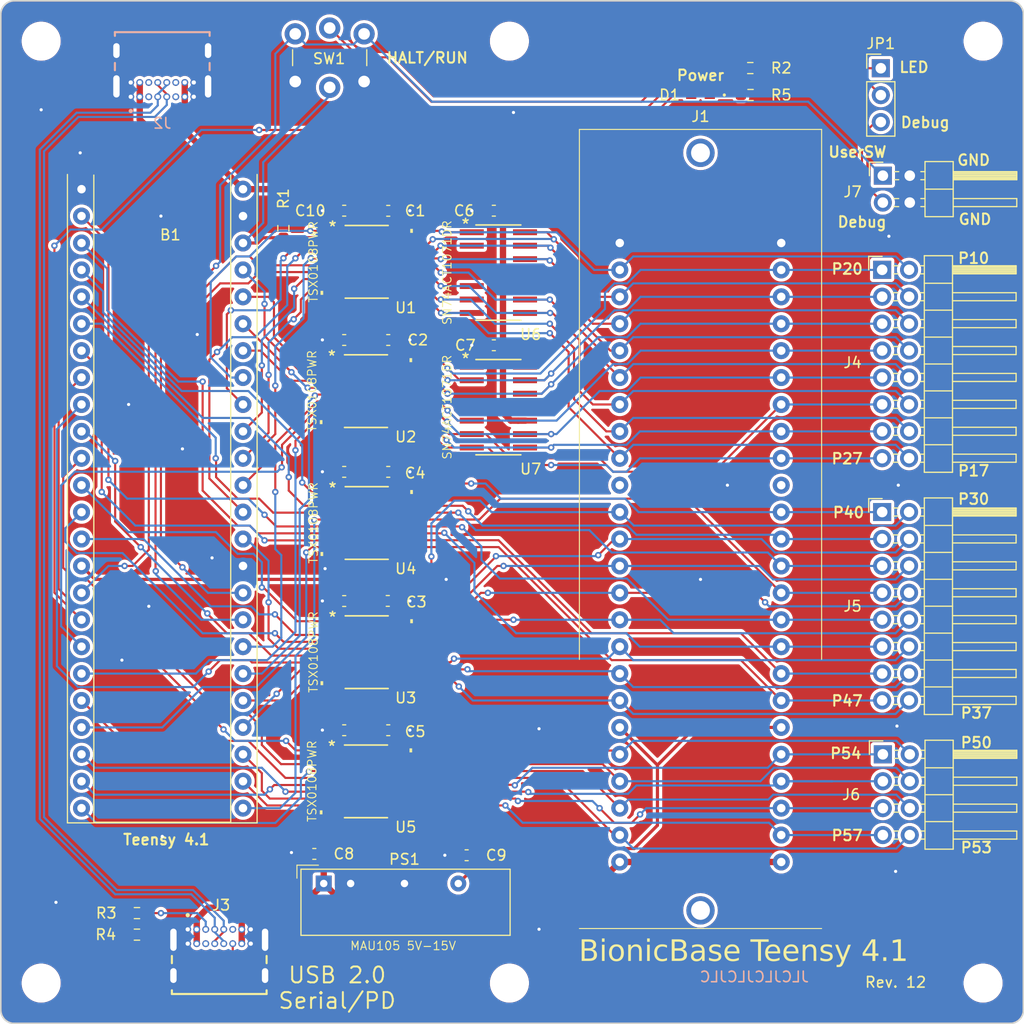
<source format=kicad_pcb>
(kicad_pcb (version 20240108) (generator "pcbnew") (generator_version "8.0")
  (title_block (title "BionicBase Teensy 4.1") (date "2024-12-08") (rev "12") (company "Tadashi G. Takaoka"))
  (layers (0 "F.Cu" mixed) (31 "B.Cu" mixed) (34 "B.Paste" user) (35 "F.Paste" user) (36 "B.SilkS" user "B.Silkscreen") (37 "F.SilkS" user "F.Silkscreen") (38 "B.Mask" user) (39 "F.Mask" user) (44 "Edge.Cuts" user))
  (net 0 "")
  (net 1 "GND")
  (net 2 "Net-(B1-P6.03)")
  (net 3 "Net-(B1-P6.02)")
  (net 4 "Net-(B1-P9.04)")
  (net 5 "Net-(B1-P9.05)")
  (net 6 "Net-(B1-P9.06)")
  (net 7 "Net-(B1-P9.08)")
  (net 8 "Net-(B1-P7.10)")
  (net 9 "Net-(B1-P7.17)")
  (net 10 "Net-(B1-P7.16)")
  (net 11 "Net-(B1-P7.11)")
  (net 12 "Net-(B1-P7.00)")
  (net 13 "Net-(B1-P7.02)")
  (net 14 "Net-(B1-P7.01)")
  (net 15 "+3.3V")
  (net 16 "Net-(B1-P6.12)")
  (net 17 "Net-(B1-P6.13)")
  (net 18 "Net-(B1-P6.30)")
  (net 19 "Net-(B1-P6.31)")
  (net 20 "Net-(B1-P8.18)")
  (net 21 "Net-(B1-P9.31)")
  (net 22 "Net-(B1-P8.23)")
  (net 23 "Net-(B1-P8.22)")
  (net 24 "Net-(B1-P7.12)")
  (net 25 "Net-(B1-P9.07)")
  (net 26 "Net-(B1-P7.29)")
  (net 27 "Net-(B1-P7.28)")
  (net 28 "Net-(B1-P7.18)")
  (net 29 "Net-(B1-P7.19)")
  (net 30 "Net-(B1-P6.28)")
  (net 31 "Net-(B1-P6.29)")
  (net 32 "Net-(B1-P6.20)")
  (net 33 "Net-(B1-P6.21)")
  (net 34 "Net-(B1-P7.03{slash}LED)")
  (net 35 "Net-(B1-P6.18)")
  (net 36 "Net-(B1-P6.19)")
  (net 37 "Net-(B1-P6.23)")
  (net 38 "Net-(B1-P6.22)")
  (net 39 "Net-(B1-P6.17)")
  (net 40 "Net-(B1-P6.16)")
  (net 41 "Net-(B1-P6.26)")
  (net 42 "Net-(B1-P6.27)")
  (net 43 "Net-(B1-P6.24)")
  (net 44 "Net-(B1-P6.25)")
  (net 45 "VCC")
  (net 46 "/+15V")
  (net 47 "/P10")
  (net 48 "/P11")
  (net 49 "/P12")
  (net 50 "/P13")
  (net 51 "/P14")
  (net 52 "/P15")
  (net 53 "/P16")
  (net 54 "/P17")
  (net 56 "/P30")
  (net 57 "/P31")
  (net 58 "/P32")
  (net 59 "/P33")
  (net 60 "/P34")
  (net 61 "/P35")
  (net 62 "/P36")
  (net 63 "/P37")
  (net 64 "/P50")
  (net 65 "/P51")
  (net 66 "/P52")
  (net 67 "/P53")
  (net 68 "/P57")
  (net 69 "/P56")
  (net 70 "/P55")
  (net 71 "/P54")
  (net 72 "/P47")
  (net 73 "/P46")
  (net 74 "/P45")
  (net 75 "/P44")
  (net 76 "/P43")
  (net 77 "/P42")
  (net 78 "/P41")
  (net 79 "/P40")
  (net 81 "/P27")
  (net 82 "/P26")
  (net 83 "/P25")
  (net 84 "/P24")
  (net 85 "/P23")
  (net 86 "/P22")
  (net 87 "/P21")
  (net 88 "/P20")
  (net 89 "Net-(SW1-K)")
  (net 95 "Net-(J2-D+-PadA6)")
  (net 96 "Net-(J3-CC1)")
  (net 98 "Net-(J3-CC2)")
  (net 100 "Net-(J2-D--PadA7)")
  (net 104 "Net-(D1-K)")
  (net 105 "Net-(J7-Pin_3)")
  (net 106 "Net-(JP1-A)")
  (footprint "Capacitor_SMD:C_0603_1608Metric_Pad1.08x0.95mm_HandSolder" (layer "F.Cu") (at 109.6275 110.905)
    (property "Reference" "C5")
    (property "Value" "0.1u")
  )
  (footprint "0-LocalLibrary:PW20-M" (layer "F.Cu") (at 107.527 115.731)
    (property "Reference" "U5")
    (property "Value" "TXS0108EPW")
  )
  (footprint "0-LocalLibrary:LED_CSL1901UW1_ROM-M" (layer "F.Cu") (at 139.1 50.95 180)
    (property "Reference" "D1")
    (property "Value" "CSL1901UW1")
  )
  (footprint "Capacitor_SMD:C_0603_1608Metric_Pad1.08x0.95mm_HandSolder" (layer "F.Cu") (at 105.4715 86.521 180)
    (property "Reference" "C13" (hide yes))
    (property "Value" "0.1u")
  )
  (footprint "0-LocalLibrary:Teensy 4.1" (layer "F.Cu") (at 80.68 59.84)
    (property "Reference" "B1")
    (property "Value" "Teensy4.1")
  )
  (footprint "0-LocalLibrary:Converter_DCDC_Minmax_MAU100_THT" (layer "F.Cu") (at 103.54 125.372 90)
    (property "Reference" "PS1")
    (property "Value" "MAU105")
  )
  (footprint "0-LocalLibrary:PW20-M" (layer "F.Cu") (at 107.5955 66.698)
    (property "Reference" "U1")
    (property "Value" "TXS0108EPW")
  )
  (footprint "Connector_PinHeader_2.54mm:PinHeader_2x02_P2.54mm_Horizontal" (layer "F.Cu") (at 156.31 58.565)
    (property "Reference" "J7")
    (property "Value" "Debug")
  )
  (footprint "Connector_PinHeader_2.54mm:PinHeader_2x08_P2.54mm_Horizontal" (layer "F.Cu") (at 156.245 67.45)
    (property "Reference" "J4")
    (property "Value" "P1/P2")
  )
  (footprint "Resistor_SMD:R_0603_1608Metric_Pad0.98x0.95mm_HandSolder" (layer "F.Cu") (at 85.9124 128.166 180)
    (property "Reference" "R3")
    (property "Value" "5.1k")
  )
  (footprint "MountingHole:MountingHole_3.2mm_M3" (layer "F.Cu") (at 165.77 45.87)
    (property "Reference" "MH3" (hide yes))
    (property "Value" "MountingHole_3.2mm_M3" (hide yes))
  )
  (footprint "0-LocalLibrary:PW20-M" (layer "F.Cu") (at 107.5955 91.347)
    (property "Reference" "U4")
    (property "Value" "TXS0108EPW")
  )
  (footprint "Resistor_SMD:R_0603_1608Metric_Pad0.98x0.95mm_HandSolder" (layer "F.Cu") (at 85.9124 130.198 180)
    (property "Reference" "R4")
    (property "Value" "5.1k")
  )
  (footprint "Capacitor_SMD:C_0603_1608Metric_Pad1.08x0.95mm_HandSolder" (layer "F.Cu") (at 105.4715 98.713 180)
    (property "Reference" "C12" (hide yes))
    (property "Value" "0.1u")
  )
  (footprint "MountingHole:MountingHole_3.2mm_M3" (layer "F.Cu") (at 165.77 134.77)
    (property "Reference" "MH4" (hide yes))
    (property "Value" "MountingHole_3.2mm_M3" (hide yes))
  )
  (footprint "MountingHole:MountingHole_3.2mm_M3" (layer "F.Cu") (at 121.066 134.77)
    (property "Reference" "MH5" (hide yes))
    (property "Value" "MountingHole_3.2mm_M3" (hide yes))
  )
  (footprint "0-LocalLibrary:Aries_ZIF_socket_DIP-48-pin" (layer "F.Cu") (at 139.1 78.89)
    (property "Reference" "J1")
    (property "Value" "Bionic_ZIF_Socket_48pin" (hide yes))
  )
  (footprint "Capacitor_SMD:C_0603_1608Metric_Pad1.08x0.95mm_HandSolder" (layer "F.Cu") (at 119.5944 61.872 180)
    (property "Reference" "C6")
    (property "Value" "0.1u")
  )
  (footprint "Capacitor_SMD:C_0603_1608Metric_Pad1.08x0.95mm_HandSolder" (layer "F.Cu") (at 109.5841 98.702)
    (property "Reference" "C3")
    (property "Value" "0.1u")
  )
  (footprint "Connector_PinHeader_2.54mm:PinHeader_2x04_P2.54mm_Horizontal" (layer "F.Cu") (at 156.31 113.18)
    (property "Reference" "J6")
    (property "Value" "P5")
  )
  (footprint "MountingHole:MountingHole_3.2mm_M3" (layer "F.Cu") (at 76.87 134.77)
    (property "Reference" "MH6" (hide yes))
    (property "Value" "MountingHole_3.2mm_M3" (hide yes))
  )
  (footprint "Capacitor_SMD:C_0603_1608Metric_Pad1.08x0.95mm_HandSolder" (layer "F.Cu") (at 109.6275 74.075)
    (property "Reference" "C2")
    (property "Value" "0.1u")
  )
  (footprint "Resistor_SMD:R_0603_1608Metric_Pad0.98x0.95mm_HandSolder" (layer "F.Cu") (at 143.799 48.41)
    (property "Reference" "R2")
    (property "Value" "560")
  )
  (footprint "Resistor_SMD:R_0603_1608Metric_Pad0.98x0.95mm_HandSolder" (layer "F.Cu") (at 99.73 63.523 90)
    (property "Reference" "R1")
    (property "Value" "4.7k")
  )
  (footprint "Capacitor_SMD:C_0603_1608Metric_Pad1.08x0.95mm_HandSolder" (layer "F.Cu") (at 117.0285 122.705 180)
    (property "Reference" "C9")
    (property "Value" "1.0u")
  )
  (footprint "Capacitor_SMD:C_0603_1608Metric_Pad1.08x0.95mm_HandSolder" (layer "F.Cu") (at 102.651 122.578 180)
    (property "Reference" "C8")
    (property "Value" "2.2u")
  )
  (footprint "MountingHole:MountingHole_3.2mm_M3" (layer "F.Cu") (at 76.87 45.87)
    (property "Reference" "MH1" (hide yes))
    (property "Value" "MountingHole_3.2mm_M3" (hide yes))
  )
  (footprint "0-LocalLibrary:D14-M" (layer "F.Cu") (at 120.0238 67.714)
    (property "Reference" "U6")
    (property "Value" "SN74ACT1071DR")
  )
  (footprint "Resistor_SMD:R_0603_1608Metric_Pad0.98x0.95mm_HandSolder" (layer "F.Cu") (at 143.8225 50.95)
    (property "Reference" "R5")
    (property "Value" "1.6k")
  )
  (footprint "Capacitor_SMD:C_0603_1608Metric_Pad1.08x0.95mm_HandSolder" (layer "F.Cu") (at 119.5944 74.572 180)
    (property "Reference" "C7")
    (property "Value" "0.1u")
  )
  (footprint "Capacitor_SMD:C_0603_1608Metric_Pad1.08x0.95mm_HandSolder" (layer "F.Cu") (at 109.6275 61.883)
    (property "Reference" "C1")
    (property "Value" "0.1u")
  )
  (footprint "Connector_PinHeader_2.54mm:PinHeader_2x08_P2.54mm_Horizontal" (layer "F.Cu") (at 156.245 90.31)
    (property "Reference" "J5")
    (property "Value" "P3/P4")
  )
  (footprint "0-LocalLibrary:PW20-M" (layer "F.Cu") (at 107.527 78.901)
    (property "Reference" "U2")
    (property "Value" "TXS0108EPW")
  )
  (footprint "Connector_PinHeader_2.54mm:PinHeader_1x03_P2.54mm_Vertical" (layer "F.Cu") (at 156.118 48.425)
    (property "Reference" "JP1")
    (property "Value" "Debug")
  )
  (footprint "Capacitor_SMD:C_0603_1608Metric_Pad1.08x0.95mm_HandSolder" (layer "F.Cu") (at 105.4715 74.075 180)
    (property "Reference" "C11" (hide yes))
    (property "Value" "0.1u")
  )
  (footprint "Capacitor_SMD:C_0603_1608Metric_Pad1.08x0.95mm_HandSolder" (layer "F.Cu") (at 109.6275 86.521)
    (property "Reference" "C4")
    (property "Value" "0.1u")
  )
  (footprint "0-LocalLibrary:SW_PUSH_LED_6mm" (layer "F.Cu") (at 100.85 45.18)
    (property "Reference" "SW1")
    (property "Value" "USR_SW")
  )
  (footprint "0-LocalLibrary:PW20-M" (layer "F.Cu") (at 107.5955 103.539)
    (property "Reference" "U3")
    (property "Value" "TXS0108EPW")
  )
  (footprint "0-LocalLibrary:D14-M" (layer "F.Cu") (at 120.0238 80.414)
    (property "Reference" "U7")
    (property "Value" "SN74ACT1071DR")
  )
  (footprint "Capacitor_SMD:C_0603_1608Metric_Pad1.08x0.95mm_HandSolder" (layer "F.Cu") (at 105.4715 110.905 180)
    (property "Reference" "C14" (hide yes))
    (property "Value" "0.1u")
  )
  (footprint "0-LocalLibrary:GCT_USB4085-GF-A_REVB" (layer "F.Cu") (at 93.678 134.0605)
    (property "Reference" "J3")
    (property "Value" "USB_C_USB2.0_16P")
  )
  (footprint "Capacitor_SMD:C_0603_1608Metric_Pad1.08x0.95mm_HandSolder" (layer "F.Cu") (at 105.4715 61.872 180)
    (property "Reference" "C10")
    (property "Value" "0.1u")
  )
  (footprint "MountingHole:MountingHole_3.2mm_M3" (layer "F.Cu") (at 121.066 45.87)
    (property "Reference" "MH2" (hide yes))
    (property "Value" "MountingHole_3.2mm_M3" (hide yes))
  )
  (footprint "0-LocalLibrary:GCT_USB4085-GF-A_REVB" (layer "B.Cu") (at 88.3 46.759)
    (property "Reference" "J2")
    (property "Value" "USB_C_USB2.0_16P")
  )
  (gr_arc (start 73.06 43.33) (mid 73.431974 42.431974) (end 74.33 42.06) (stroke (width 0.15)) (layer "Edge.Cuts"))
  (gr_arc (start 169.58 137.31) (mid 169.208026 138.208026) (end 168.31 138.58) (stroke (width 0.15)) (layer "Edge.Cuts"))
  (gr_line (start 168.31 138.58) (end 74.33 138.58) (stroke (width 0.15)) (layer "Edge.Cuts"))
  (gr_line (start 169.58 43.33) (end 169.58 137.31) (stroke (width 0.15)) (layer "Edge.Cuts"))
  (gr_arc (start 74.33 138.58) (mid 73.431974 138.208026) (end 73.06 137.31) (stroke (width 0.15)) (layer "Edge.Cuts"))
  (gr_arc (start 168.31 42.06) (mid 169.208026 42.431974) (end 169.58 43.33) (stroke (width 0.15)) (layer "Edge.Cuts"))
  (gr_line (start 168.31 42.06) (end 74.33 42.06) (stroke (width 0.15)) (layer "Edge.Cuts"))
  (gr_line (start 73.06 137.31) (end 73.06 43.33) (stroke (width 0.15)) (layer "Edge.Cuts"))
  (gr_text "JLCJLCJLCJLC" (at 144.18 134.77 0) (layer "B.SilkS") (effects (font (size 1 1)) (justify bottom mirror)))
  (gr_text "P20\n" (at 152.943 67.958 0) (layer "F.SilkS") (effects (font (size 1 1) (thickness 0.1875)) (justify bottom)))
  (gr_text "GND" (at 165.008 63.269 0) (layer "F.SilkS") (effects (font (size 1 1) (thickness 0.1875)) (justify bottom)))
  (gr_text "P30" (at 164.881 89.675 0) (layer "F.SilkS") (effects (font (size 1 1) (thickness 0.1875)) (justify bottom)))
  (gr_text "HALT/RUN" (at 109.382 48.029 0) (layer "F.SilkS") (effects (font (size 1 1) (thickness 0.1875)) (justify left bottom)))
  (gr_text "Rev. 12\n" (at 157.515 135.278 0) (layer "F.SilkS") (effects (font (size 1 1)) (justify bottom)))
  (gr_text "P54" (at 152.816 113.678 0) (layer "F.SilkS") (effects (font (size 1 1) (thickness 0.1875)) (justify bottom)))
  (gr_text "USB 2.0\nSerial/PD" (at 104.81 137.31 0) (layer "F.SilkS") (effects (font (size 1.5 1.5) (thickness 0.1875)) (justify bottom)))
  (gr_text "P17\n" (at 164.881 87.008 0) (layer "F.SilkS") (effects (font (size 1 1) (thickness 0.1875)) (justify bottom)))
  (gr_text "Teensy 4.1" (at 88.681 121.816 0) (layer "F.SilkS") (effects (font (size 1 1) (thickness 0.2) (bold yes)) (justify bottom)))
  (gr_text "MAU105 5V-15V" (at 111.033 131.722 0) (layer "F.SilkS") (effects (font (size 0.8 0.8)) (justify bottom)))
  (gr_text "P47" (at 152.943 108.725 0) (layer "F.SilkS") (effects (font (size 1 1) (thickness 0.1875)) (justify bottom)))
  (gr_text "UserSW" (at 156.753 56.919 0) (layer "F.SilkS") (effects (font (size 1 1) (thickness 0.2) (bold yes)) (justify right bottom)))
  (gr_text "BionicBase Teensy 4.1" (at 143.164 131.849 0) (layer "F.SilkS") (effects (font (size 2 2))))
  (gr_text "Debug" (at 156.753 63.523 0) (layer "F.SilkS") (effects (font (size 1 1) (thickness 0.1875)) (justify right bottom)))
  (gr_text "Debug" (at 157.896 54.125 0) (layer "F.SilkS") (effects (font (size 1 1) (thickness 0.1875)) (justify left bottom)))
  (gr_text "SN74ACT1071DR" (at 115.6574 67.714 90) (layer "F.SilkS") (effects (font (size 0.8 0.8)) (justify bottom)))
  (gr_text "P37" (at 165.135 109.868 0) (layer "F.SilkS") (effects (font (size 1 1) (thickness 0.1875)) (justify bottom)))
  (gr_text "TSX0108PWR" (at 102.905 78.89 90) (layer "F.SilkS") (effects (font (size 0.8 0.8)) (justify bottom)))
  (gr_text "Power" (at 139.1 49.68 0) (layer "F.SilkS") (effects (font (size 1 1) (thickness 0.1875)) (justify bottom)))
  (gr_text "LED" (at 157.769 48.918 0) (layer "F.SilkS") (effects (font (size 1 1) (thickness 0.1875)) (justify left bottom)))
  (gr_text "GND" (at 164.881 57.681 0) (layer "F.SilkS") (effects (font (size 1 1) (thickness 0.1875)) (justify bottom)))
  (gr_text "P50" (at 165.135 112.662 0) (layer "F.SilkS") (effects (font (size 1 1) (thickness 0.1875)) (justify bottom)))
  (gr_text "P27" (at 152.943 85.865 0) (layer "F.SilkS") (effects (font (size 1 1) (thickness 0.1875)) (justify bottom)))
  (gr_text "SN74ACT1071DR" (at 115.6574 80.414 90) (layer "F.SilkS") (effects (font (size 0.8 0.8)) (justify bottom)))
  (gr_text "P57" (at 152.943 121.425 0) (layer "F.SilkS") (effects (font (size 1 1) (thickness 0.1875)) (justify bottom)))
  (gr_text "P53" (at 165.135 122.568 0) (layer "F.SilkS") (effects (font (size 1 1) (thickness 0.1875)) (justify bottom)))
  (gr_text "P10" (at 164.881 66.942 0) (layer "F.SilkS") (effects (font (size 1 1) (thickness 0.1875)) (justify bottom)))
  (gr_text "TSX0108PWR" (at 103.032 103.528 90) (layer "F.SilkS") (effects (font (size 0.8 0.8)) (justify bottom)))
  (gr_text "TSX0108PWR" (at 103.032 66.698 90) (layer "F.SilkS") (effects (font (size 0.8 0.8)) (justify bottom)))
  (gr_text "TSX0108PWR" (at 102.905 115.72 90) (layer "F.SilkS") (effects (font (size 0.8 0.8)) (justify bottom)))
  (gr_text "P40" (at 153.07 90.945 0) (layer "F.SilkS") (effects (font (size 1 1) (thickness 0.1875)) (justify bottom)))
  (gr_text "TSX0108PWR" (at 103.032 91.336 90) (layer "F.SilkS") (effects (font (size 0.8 0.8)) (justify bottom)))
  (via (at 103.413 74.064) (size 0.6) (drill 0.3) (layers "F.Cu" "B.Cu") (net 1))
  (via (at 156.88 64.285) (size 0.6) (drill 0.3) (layers "F.Cu" "B.Cu") (net 1))
  (via (at 123.86 129.69) (size 0.6) (drill 0.3) (layers "F.Cu" "B.Cu") (net 1))
  (via (at 103.413 86.51) (size 0.6) (drill 0.3) (layers "F.Cu" "B.Cu") (net 1))
  (via (at 76.87 52.347) (size 0.6) (drill 0.3) (layers "F.Cu" "B.Cu") (net 1))
  (via (at 91.602 73.556) (size 0.6) (drill 0.3) (layers "F.Cu" "B.Cu") (net 1))
  (via (at 141.64 87.78) (size 0.6) (drill 0.3) (layers "F.Cu" "B.Cu") (net 1))
  (via (at 88.3 120.927) (size 0.6) (drill 0.3) (layers "F.Cu" "B.Cu") (net 1))
  (via (at 139.1 96.67) (size 0.6) (drill 0.3) (layers "F.Cu" "B.Cu") (net 1))
  (via (at 111.668 86.51) (size 0.6) (drill 0.3) (layers "F.Cu" "B.Cu") (net 1))
  (via (at 90.205 84.351) (size 0.6) (drill 0.3) (layers "F.Cu" "B.Cu") (net 1))
  (via (at 103.413 110.894) (size 0.6) (drill 0.3) (layers "F.Cu" "B.Cu") (net 1))
  (via (at 111.668 110.894) (size 0.6) (drill 0.3) (layers "F.Cu" "B.Cu") (net 1))
  (via (at 111.668 61.872) (size 0.6) (drill 0.3) (layers "F.Cu" "B.Cu") (net 1))
  (via (at 111.668 98.702) (size 0.6) (drill 0.3) (layers "F.Cu" "B.Cu") (net 1))
  (via (at 111.668 74.064) (size 0.6) (drill 0.3) (layers "F.Cu" "B.Cu") (net 1))
  (via (at 157.515 124.229) (size 0.6) (drill 0.3) (layers "F.Cu" "B.Cu") (net 1))
  (via (at 87.03 99.21) (size 0.6) (drill 0.3) (layers "F.Cu" "B.Cu") (net 1))
  (via (at 117.51 74.572) (size 0.6) (drill 0.3) (layers "F.Cu" "B.Cu") (net 1))
  (via (at 103.413 61.872) (size 0.6) (drill 0.3) (layers "F.Cu" "B.Cu") (net 1))
  (via (at 85.125 80.16) (size 0.6) (drill 0.3) (layers "F.Cu" "B.Cu") (net 1))
  (via (at 123.86 110.767) (size 0.6) (drill 0.3) (layers "F.Cu" "B.Cu") (net 1))
  (via (at 114.97 122.705) (size 0.6) (drill 0.3) (layers "F.Cu" "B.Cu") (net 1))
  (via (at 100.492 122.451) (size 0.6) (drill 0.3) (layers "F.Cu" "B.Cu") (net 1))
  (via (at 92.999 94.638) (size 0.6) (drill 0.3) (layers "F.Cu" "B.Cu") (net 1))
  (via (at 157.769 87.78) (size 0.6) (drill 0.3) (layers "F.Cu" "B.Cu") (net 1))
  (via (at 103.413 98.702) (size 0.6) (drill 0.3) (layers "F.Cu" "B.Cu") (net 1))
  (via (at 80.553 56.411) (size 0.6) (drill 0.3) (layers "F.Cu" "B.Cu") (net 1))
  (via (at 78.267 127.15) (size 0.6) (drill 0.3) (layers "F.Cu" "B.Cu") (net 1))
  (via (at 117.51 61.872) (size 0.6) (drill 0.3) (layers "F.Cu" "B.Cu") (net 1))
  (via (at 115.097 96.67) (size 0.6) (drill 0.3) (layers "F.Cu" "B.Cu") (net 1))
  (via (at 121.447 52.601) (size 0.6) (drill 0.3) (layers "F.Cu" "B.Cu") (net 1))
  (via (at 88.173 62.38) (size 0.6) (drill 0.3) (layers "F.Cu" "B.Cu") (net 1))
  (via (at 157.642 110.513) (size 0.6) (drill 0.3) (layers "F.Cu" "B.Cu") (net 1))
  (via (at 103.667 95.654) (size 0.6) (drill 0.3) (layers "F.Cu" "B.Cu") (net 1))
  (via (at 84.49 104.29) (size 0.6) (drill 0.3) (layers "F.Cu" "B.Cu") (net 1))
  (segment (start 83.22 64.92) (end 80.68 62.38) (width 0.2) (layer "F.Cu") (net 2))
  (segment (start 99.05 91.672) (end 104.6245 91.672) (width 0.2) (layer "F.Cu") (net 2))
  (segment (start 97.952 90.574) (end 99.05 91.672) (width 0.2) (layer "F.Cu") (net 2))
  (segment (start 83.22 87.272) (end 83.22 64.92) (width 0.2) (layer "F.Cu") (net 2))
  (via (at 83.22 87.272) (size 0.6) (drill 0.3) (layers "F.Cu" "B.Cu") (net 2))
  (via (at 97.952 90.574) (size 0.6) (drill 0.3) (layers "F.Cu" "B.Cu") (net 2))
  (segment (start 97.952 90.574) (end 96.428 89.05) (width 0.2) (layer "B.Cu") (net 2))
  (segment (start 84.998 89.05) (end 83.22 87.272) (width 0.2) (layer "B.Cu") (net 2))
  (segment (start 96.428 89.05) (end 84.998 89.05) (width 0.2) (layer "B.Cu") (net 2))
  (segment (start 92.11 78.001) (end 92.11 88.288) (width 0.2) (layer "F.Cu") (net 3))
  (segment (start 95.412 91.59) (end 96.555 91.59) (width 0.2) (layer "F.Cu") (net 3))
  (segment (start 97.287 92.322) (end 104.6245 92.322) (width 0.2) (layer "F.Cu") (net 3))
  (segment (start 96.555 91.59) (end 97.287 92.322) (width 0.2) (layer "F.Cu") (net 3))
  (segment (start 92.11 88.288) (end 95.412 91.59) (width 0.2) (layer "F.Cu") (net 3))
  (via (at 92.11 78.001) (size 0.6) (drill 0.3) (layers "F.Cu" "B.Cu") (net 3))
  (segment (start 89.824 78.001) (end 83.112 71.289) (width 0.2) (layer "B.Cu") (net 3))
  (segment (start 92.11 78.001) (end 89.824 78.001) (width 0.2) (layer "B.Cu") (net 3))
  (segment (start 83.112 71.289) (end 83.112 67.352) (width 0.2) (layer "B.Cu") (net 3))
  (segment (start 83.112 67.352) (end 80.68 64.92) (width 0.2) (layer "B.Cu") (net 3))
  (segment (start 102.4224 88.4404) (end 104.6061 88.4404) (width 0.2) (layer "F.Cu") (net 4))
  (segment (start 104.6061 88.4404) (end 104.6245 88.422) (width 0.2) (layer "F.Cu") (net 4))
  (segment (start 101.508 87.526) (end 102.4224 88.4404) (width 0.2) (layer "F.Cu") (net 4))
  (via (at 101.508 87.526) (size 0.6) (drill 0.3) (layers "F.Cu" "B.Cu") (net 4))
  (segment (start 90.135686 78.89) (end 82.712 71.466314) (width 0.2) (layer "B.Cu") (net 4))
  (segment (start 82.712 69.492) (end 80.68 67.46) (width 0.2) (layer "B.Cu") (net 4))
  (segment (start 82.712 71.466314) (end 82.712 69.492) (width 0.2) (layer "B.Cu") (net 4))
  (segment (start 96.428 78.89) (end 90.135686 78.89) (width 0.2) (layer "B.Cu") (net 4))
  (segment (start 101.508 83.97) (end 96.428 78.89) (width 0.2) (layer "B.Cu") (net 4))
  (segment (start 101.508 87.526) (end 101.508 83.97) (width 0.2) (layer "B.Cu") (net 4))
  (segment (start 100.238 88.288) (end 101.672 89.722) (width 0.2) (layer "F.Cu") (net 5))
  (segment (start 101.672 89.722) (end 104.6245 89.722) (width 0.2) (layer "F.Cu") (net 5))
  (segment (start 100.238 87.018) (end 100.238 88.288) (width 0.2) (layer "F.Cu") (net 5))
  (via (at 100.238 87.018) (size 0.6) (drill 0.3) (layers "F.Cu" "B.Cu") (net 5))
  (segment (start 100.238 87.018) (end 100.238 85.113) (width 0.2) (layer "B.Cu") (net 5))
  (segment (start 96.555 81.43) (end 92.11 81.43) (width 0.2) (layer "B.Cu") (net 5))
  (segment (start 100.238 85.113) (end 96.555 81.43) (width 0.2) (layer "B.Cu") (net 5))
  (segment (start 92.11 81.43) (end 80.68 70) (width 0.2) (layer "B.Cu") (net 5))
  (segment (start 93.38 87.018) (end 95.412 89.05) (width 0.2) (layer "F.Cu") (net 6))
  (segment (start 95.412 89.05) (end 97.444 89.05) (width 0.2) (layer "F.Cu") (net 6))
  (segment (start 98.766 90.372) (end 104.6245 90.372) (width 0.2) (layer "F.Cu") (net 6))
  (segment (start 93.345 85.24) (end 93.38 85.275) (width 0.2) (layer "F.Cu") (net 6))
  (segment (start 97.444 89.05) (end 98.766 90.372) (width 0.2) (layer "F.Cu") (net 6))
  (segment (start 93.38 85.275) (end 93.38 87.018) (width 0.2) (layer "F.Cu") (net 6))
  (via (at 93.345 85.24) (size 0.6) (drill 0.3) (layers "F.Cu" "B.Cu") (net 6))
  (segment (start 93.345 85.24) (end 93.345 83.3) (width 0.2) (layer "B.Cu") (net 6))
  (segment (start 93.345 83.3) (end 82.585 72.54) (width 0.2) (layer "B.Cu") (net 6))
  (segment (start 82.585 72.54) (end 80.68 72.54) (width 0.2) (layer "B.Cu") (net 6))
  (segment (start 82.585 88.415) (end 82.585 76.985) (width 0.2) (layer "F.Cu") (net 7))
  (segment (start 103.7788 92.972) (end 104.6245 92.972) (width 0.2) (layer "F.Cu") (net 7))
  (segment (start 82.585 76.985) (end 80.68 75.08) (width 0.2) (layer "F.Cu") (net 7))
  (segment (start 103.7638 92.987) (end 103.7788 92.972) (width 0.2) (layer "F.Cu") (net 7))
  (segment (start 97.952 92.987) (end 103.7638 92.987) (width 0.2) (layer "F.Cu") (net 7))
  (via (at 97.952 92.987) (size 0.6) (drill 0.3) (layers "F.Cu" "B.Cu") (net 7))
  (via (at 82.585 88.415) (size 0.6) (drill 0.3) (layers "F.Cu" "B.Cu") (net 7))
  (segment (start 82.585 88.415) (end 85.76 91.59) (width 0.2) (layer "B.Cu") (net 7))
  (segment (start 96.555 91.59) (end 97.952 92.987) (width 0.2) (layer "B.Cu") (net 7))
  (segment (start 85.76 91.59) (end 96.555 91.59) (width 0.2) (layer "B.Cu") (net 7))
  (segment (start 94.0785 110.8305) (end 82.458 99.21) (width 0.2) (layer "F.Cu") (net 8))
  (segment (start 80.156182 99.21) (end 78.521 97.574818) (width 0.2) (layer "F.Cu") (net 8))
  (segment (start 78.521 97.574818) (end 78.521 79.779) (width 0.2) (layer "F.Cu") (net 8))
  (segment (start 99.984 111.91) (end 100.88 112.806) (width 0.2) (layer "F.Cu") (net 8))
  (segment (start 82.458 99.21) (end 80.156182 99.21) (width 0.2) (layer "F.Cu") (net 8))
  (segment (start 100.88 112.806) (end 104.556 112.806) (width 0.2) (layer "F.Cu") (net 8))
  (segment (start 78.521 79.779) (end 80.68 77.62) (width 0.2) (layer "F.Cu") (net 8))
  (via (at 99.984 111.91) (size 0.6) (drill 0.3) (layers "F.Cu" "B.Cu") (net 8))
  (via (at 94.0785 110.8305) (size 0.6) (drill 0.3) (layers "F.Cu" "B.Cu") (net 8))
  (segment (start 95.158 111.91) (end 94.0785 110.8305) (width 0.2) (layer "B.Cu") (net 8))
  (segment (start 99.984 111.91) (end 95.158 111.91) (width 0.2) (layer "B.Cu") (net 8))
  (segment (start 96.555 104.29) (end 96.779 104.514) (width 0.2) (layer "F.Cu") (net 9))
  (segment (start 96.779 104.514) (end 104.6245 104.514) (width 0.2) (layer "F.Cu") (net 9))
  (segment (start 92.67835 105.36635) (end 93.7547 104.29) (width 0.2) (layer "F.Cu") (net 9))
  (segment (start 93.7547 104.29) (end 96.555 104.29) (width 0.2) (layer "F.Cu") (net 9))
  (via (at 92.67835 105.36635) (size 0.6) (drill 0.3) (layers "F.Cu" "B.Cu") (net 9))
  (segment (start 78.356 104.8545) (end 78.356 82.484) (width 0.2) (layer "B.Cu") (net 9))
  (segment (start 80.3315 106.83) (end 78.356 104.8545) (width 0.2) (layer "B.Cu") (net 9))
  (segment (start 92.67835 105.36635) (end 91.2147 106.83) (width 0.2) (layer "B.Cu") (net 9))
  (segment (start 78.356 82.484) (end 80.68 80.16) (width 0.2) (layer "B.Cu") (net 9))
  (segment (start 91.2147 106.83) (end 80.3315 106.83) (width 0.2) (layer "B.Cu") (net 9))
  (segment (start 92.5545 99.88) (end 92.5545 99.9085) (width 0.2) (layer "F.Cu") (net 10))
  (segment (start 94.396 101.75) (end 96.4788 101.75) (width 0.2) (layer "F.Cu") (net 10))
  (segment (start 86.268 93.622) (end 83.855 91.209) (width 0.2) (layer "F.Cu") (net 10))
  (segment (start 92.5545 99.9085) (end 94.396 101.75) (width 0.2) (layer "F.Cu") (net 10))
  (segment (start 98.592798 103.863998) (end 104.6245 103.863998) (width 0.2) (layer "F.Cu") (net 10))
  (segment (start 83.855 91.209) (end 83.855 85.494) (width 0.2) (layer "F.Cu") (net 10))
  (segment (start 96.4788 101.75) (end 98.592798 103.863998) (width 0.2) (layer "F.Cu") (net 10))
  (via (at 86.268 93.622) (size 0.6) (drill 0.3) (layers "F.Cu" "B.Cu") (net 10))
  (via (at 83.855 85.494) (size 0.6) (drill 0.3) (layers "F.Cu" "B.Cu") (net 10))
  (via (at 92.5545 99.88) (size 0.6) (drill 0.3) (layers "F.Cu" "B.Cu") (net 10))
  (segment (start 81.061 82.7) (end 80.68 82.7) (width 0.2) (layer "B.Cu") (net 10))
  (segment (start 92.526 99.88) (end 86.268 93.622) (width 0.2) (layer "B.Cu") (net 10))
  (segment (start 92.5545 99.88) (end 92.526 99.88) (width 0.2) (layer "B.Cu") (net 10))
  (segment (start 83.855 85.494) (end 81.061 82.7) (width 0.2) (layer "B.Cu") (net 10))
  (segment (start 96.428 109.37) (end 93.888 109.37) (width 0.2) (layer "F.Cu") (net 11))
  (segment (start 78.9528 86.9672) (end 80.68 85.24) (width 0.2) (layer "F.Cu") (net 11))
  (segment (start 97.698 112.291) (end 97.698 110.64) (width 0.2) (layer "F.Cu") (net 11))
  (segment (start 97.698 110.64) (end 96.428 109.37) (width 0.2) (layer "F.Cu") (net 11))
  (segment (start 104.556 114.106) (end 99.513 114.106) (width 0.2) (layer "F.Cu") (net 11))
  (segment (start 93.888 109.37) (end 81.188 96.67) (width 0.2) (layer "F.Cu") (net 11))
  (segment (start 80.045 96.67) (end 78.9528 95.5778) (width 0.2) (layer "F.Cu") (net 11))
  (segment (start 78.9528 95.5778) (end 78.9528 86.9672) (width 0.2) (layer "F.Cu") (net 11))
  (segment (start 81.188 96.67) (end 80.045 96.67) (width 0.2) (layer "F.Cu") (net 11))
  (segment (start 99.513 114.106) (end 97.698 112.291) (width 0.2) (layer "F.Cu") (net 11))
  (segment (start 97.698 97.432) (end 97.8481 97.432) (width 0.2) (layer "F.Cu") (net 12))
  (segment (start 101.0301 100.614) (end 104.6245 100.614) (width 0.2) (layer "F.Cu") (net 12))
  (segment (start 97.8481 97.432) (end 101.0301 100.614) (width 0.2) (layer "F.Cu") (net 12))
  (via (at 97.698 97.432) (size 0.6) (drill 0.3) (layers "F.Cu" "B.Cu") (net 12))
  (segment (start 95.412 94.257) (end 93.3627 92.2077) (width 0.2) (layer "B.Cu") (net 12))
  (segment (start 85.1077 92.2077) (end 80.68 87.78) (width 0.2) (layer "B.Cu") (net 12))
  (segment (start 97.698 95.0444) (end 96.9106 94.257) (width 0.2) (layer "B.Cu") (net 12))
  (segment (start 93.3627 92.2077) (end 85.1077 92.2077) (width 0.2) (layer "B.Cu") (net 12))
  (segment (start 97.698 97.432) (end 97.698 95.0444) (width 0.2) (layer "B.Cu") (net 12))
  (segment (start 96.9106 94.257) (end 95.412 94.257) (width 0.2) (layer "B.Cu") (net 12))
  (segment (start 99.747 102.564) (end 104.6245 102.564) (width 0.2) (layer "F.Cu") (net 13))
  (segment (start 98.933 101.75) (end 99.747 102.564) (width 0.2) (layer "F.Cu") (net 13))
  (via (at 98.933 101.75) (size 0.6) (drill 0.3) (layers "F.Cu" "B.Cu") (net 13))
  (segment (start 98.933 101.75) (end 92.11 101.75) (width 0.2) (layer "B.Cu") (net 13))
  (segment (start 79.156 93.114) (end 79.156 91.844) (width 0.2) (layer "B.Cu") (net 13))
  (segment (start 79.156 91.844) (end 80.68 90.32) (width 0.2) (layer "B.Cu") (net 13))
  (segment (start 92.11 101.75) (end 84.5431 94.1831) (width 0.2) (layer "B.Cu") (net 13))
  (segment (start 84.5431 94.1831) (end 80.2251 94.1831) (width 0.2) (layer "B.Cu") (net 13))
  (segment (start 80.2251 94.1831) (end 79.156 93.114) (width 0.2) (layer "B.Cu") (net 13))
  (segment (start 98.933 99.972) (end 100.875 101.914) (width 0.2) (layer "F.Cu") (net 14))
  (segment (start 100.875 101.914) (end 104.6245 101.914) (width 0.2) (layer "F.Cu") (net 14))
  (via (at 98.933 99.972) (size 0.6) (drill 0.3) (layers "F.Cu" "B.Cu") (net 14))
  (segment (start 92.872 99.21) (end 86.522 92.86) (width 0.2) (layer "B.Cu") (net 14))
  (segment (start 98.933 99.972) (end 97.444 99.972) (width 0.2) (layer "B.Cu") (net 14))
  (segment (start 97.444 99.972) (end 96.682 99.21) (width 0.2) (layer "B.Cu") (net 14))
  (segment (start 96.682 99.21) (end 92.872 99.21) (width 0.2) (layer "B.Cu") (net 14))
  (segment (start 86.522 92.86) (end 80.68 92.86) (width 0.2) (layer "B.Cu") (net 14))
  (segment (start 104.624 101.264) (end 104.6245 101.264) (width 0.3) (layer "F.Cu") (net 15))
  (segment (start 106.334 118.641) (end 106.319 118.656) (width 0.3) (layer "F.Cu") (net 15))
  (segment (start 106.319 106.464) (end 106.334 106.449) (width 0.3) (layer "F.Cu") (net 15))
  (segment (start 104.556 76.626) (end 106.312 76.626) (width 0.3) (layer "F.Cu") (net 15))
  (segment (start 106.312 101.264) (end 106.334 101.242) (width 0.3) (layer "F.Cu") (net 15))
  (segment (start 106.312 76.626) (end 106.334 76.604) (width 0.3) (layer "F.Cu") (net 15))
  (segment (start 97.814 64.423) (end 106.323 64.423) (width 0.3) (layer "F.Cu") (net 15))
  (segment (start 104.624 69.623) (end 104.6245 69.623) (width 0.3) (layer "F.Cu") (net 15))
  (segment (start 106.334 64.412) (end 106.334 69.619) (width 0.3) (layer "F.Cu") (net 15))
  (segment (start 106.334 61.872) (end 106.334 64.412) (width 0.3) (layer "F.Cu") (net 15))
  (segment (start 106.323 64.423) (end 106.334 64.412) (width 0.3) (layer "F.Cu") (net 15))
  (segment (start 106.334 94.257) (end 106.334 96.416) (width 0.3) (layer "F.Cu") (net 15))
  (segment (start 106.334 96.416) (end 106.334 98.713) (width 0.3) (layer "F.Cu") (net 15))
  (segment (start 106.334 81.811) (end 106.334 86.521) (width 0.3) (layer "F.Cu") (net 15))
  (segment (start 106.334 113.434) (end 106.334 118.641) (width 0.3) (layer "F.Cu") (net 15))
  (segment (start 104.6245 101.264) (end 106.312 101.264) (width 0.3) (layer "F.Cu") (net 15))
  (segment (start 106.334 110.905) (end 106.334 113.434) (width 0.3) (layer "F.Cu") (net 15))
  (segment (start 97.317 64.92) (end 97.814 64.423) (width 0.3) (layer "F.Cu") (net 15))
  (segment (start 106.334 74.075) (end 106.334 76.604) (width 0.3) (layer "F.Cu") (net 15))
  (segment (start 106.334 89.05) (end 106.334 94.257) (width 0.3) (layer "F.Cu") (net 15))
  (segment (start 104.556 81.826) (end 106.319 81.826) (width 0.3) (layer "F.Cu") (net 15))
  (segment (start 95.92 64.92) (end 97.317 64.92) (width 0.3) (layer "F.Cu") (net 15))
  (segment (start 106.334 76.604) (end 106.334 81.811) (width 0.3) (layer "F.Cu") (net 15))
  (segment (start 106.334 86.521) (end 106.334 89.05) (width 0.3) (layer "F.Cu") (net 15))
  (segment (start 106.08 96.67) (end 106.334 96.416) (width 0.3) (layer "F.Cu") (net 15))
  (segment (start 104.6245 89.072) (end 106.312 89.072) (width 0.3) (layer "F.Cu") (net 15))
  (segment (start 106.33 69.623) (end 106.334 69.619) (width 0.3) (layer "F.Cu") (net 15))
  (segment (start 106.334 69.619) (end 106.334 74.075) (width 0.3) (layer "F.Cu") (net 15))
  (segment (start 106.334 106.449) (end 106.334 110.905) (width 0.3) (layer "F.Cu") (net 15))
  (segment (start 80.68 95.4) (end 81.95 96.67) (width 0.3) (layer "F.Cu") (net 15))
  (segment (start 106.319 118.656) (end 104.556 118.656) (width 0.3) (layer "F.Cu") (net 15))
  (segment (start 104.624 89.072) (end 104.6245 89.072) (width 0.3) (layer "F.Cu") (net 15))
  (segment (start 106.334 98.713) (end 106.334 101.242) (width 0.3) (layer "F.Cu") (net 15))
  (segment (start 104.6245 106.464) (end 106.319 106.464) (width 0.3) (layer "F.Cu") (net 15))
  (segment (start 81.95 96.67) (end 106.08 96.67) (width 0.3) (layer "F.Cu") (net 15))
  (segment (start 104.6245 94.272) (end 106.319 94.272) (width 0.3) (layer "F.Cu") (net 15))
  (segment (start 106.312 113.456) (end 106.334 113.434) (width 0.3) (layer "F.Cu") (net 15))
  (segment (start 106.319 94.272) (end 106.334 94.257) (width 0.3) (layer "F.Cu") (net 15))
  (segment (start 104.624 94.272) (end 104.6245 94.272) (width 0.3) (layer "F.Cu") (net 15))
  (segment (start 104.624 106.464) (end 104.6245 106.464) (width 0.3) (layer "F.Cu") (net 15))
  (segment (start 106.312 89.072) (end 106.334 89.05) (width 0.3) (layer "F.Cu") (net 15))
  (segment (start 106.319 81.826) (end 106.334 81.811) (width 0.3) (layer "F.Cu") (net 15))
  (segment (start 104.556 113.456) (end 106.312 113.456) (width 0.3) (layer "F.Cu") (net 15))
  (segment (start 106.334 101.242) (end 106.334 106.449) (width 0.3) (layer "F.Cu") (net 15))
  (segment (start 104.6245 69.623) (end 106.33 69.623) (width 0.3) (layer "F.Cu") (net 15))
  (segment (start 104.1 50.23) (end 104.1 51.025) (width 0.2) (layer "B.Cu") (net 15))
  (segment (start 97.825 57.3) (end 97.825 63.015) (width 0.2) (layer "B.Cu") (net 15))
  (segment (start 97.825 63.015) (end 95.92 64.92) (width 0.2) (layer "B.Cu") (net 15))
  (segment (start 104.1 51.025) (end 97.825 57.3) (width 0.2) (layer "B.Cu") (net 15))
  (segment (start 87.03 73.429) (end 87.03 93.876) (width 0.2) (layer "F.Cu") (net 16))
  (segment (start 87.03 93.876) (end 85.506 95.4) (width 0.2) (layer "F.Cu") (net 16))
  (segment (start 85.506 95.4) (end 84.744 95.4) (width 0.2) (layer "F.Cu") (net 16))
  (segment (start 93.38 67.079) (end 87.03 73.429) (width 0.2) (layer "F.Cu") (net 16))
  (via (at 84.744 95.4) (size 0.6) (drill 0.3) (layers "F.Cu" "B.Cu") (net 16))
  (via (at 93.38 67.079) (size 0.6) (drill 0.3) (layers "F.Cu" "B.Cu") (net 16))
  (segment (start 93.761 66.698) (end 93.761 59.459) (width 0.2) (layer "B.Cu") (net 16))
  (segment (start 113.755 51.585) (end 107.35 45.18) (width 0.2) (layer "B.Cu") (net 16))
  (segment (start 98.968 54.252) (end 98.968 47.062) (width 0.2) (layer "B.Cu") (net 16))
  (segment (start 156.31 58.565) (end 156.24 58.565) (width 0.2) (layer "B.Cu") (net 16))
  (segment (start 106.35 46.18) (end 107.35 45.18) (width 0.2) (layer "B.Cu") (net 16))
  (segment (start 156.24 58.565) (end 149.26 51.585) (width 0.2) (layer "B.Cu") (net 16))
  (segment (start 98.968 47.062) (end 100.85 45.18) (width 0.2) (layer "B.Cu") (net 16))
  (segment (start 83.22 95.4) (end 80.68 97.94) (width 0.2) (layer "B.Cu") (net 16))
  (segment (start 84.744 95.4) (end 83.22 95.4) (width 0.2) (layer "B.Cu") (net 16))
  (segment (start 93.38 67.079) (end 93.761 66.698) (width 0.2) (layer "B.Cu") (net 16))
  (segment (start 149.26 51.585) (end 113.755 51.585) (width 0.2) (layer "B.Cu") (net 16))
  (segment (start 101.85 46.18) (end 106.35 46.18) (width 0.2) (layer "B.Cu") (net 16))
  (segment (start 100.85 45.18) (end 101.85 46.18) (width 0.2) (layer "B.Cu") (net 16))
  (segment (start 93.761 59.459) (end 98.968 54.252) (width 0.2) (layer "B.Cu") (net 16))
  (segment (start 154.833 49.68) (end 156.118 50.965) (width 0.2) (layer "F.Cu") (net 17))
  (segment (start 156.118 50.965) (end 156.88 50.965) (width 0.2) (layer "F.Cu") (net 17))
  (segment (start 78.121 97.921) (end 80.68 100.48) (width 0.2) (layer "F.Cu") (net 17))
  (segment (start 136.56 49.68) (end 154.833 49.68) (width 0.2) (layer "F.Cu") (net 17))
  (segment (start 97.444 54.252) (end 131.988 54.252) (width 0.2) (layer "F.Cu") (net 17))
  (segment (start 78.121 65.174) (end 78.121 97.921) (width 0.2) (layer "F.Cu") (net 17))
  (segment (start 131.988 54.252) (end 136.56 49.68) (width 0.2) (layer "F.Cu") (net 17))
  (via (at 97.444 54.252) (size 0.6) (drill 0.3) (layers "F.Cu" "B.Cu") (net 17))
  (via (at 78.121 65.174) (size 0.6) (drill 0.3) (layers "F.Cu" "B.Cu") (net 17))
  (segment (start 79.645 63.65) (end 78.121 65.174) (width 0.2) (layer "B.Cu") (net 17))
  (segment (start 97.444 54.252) (end 91.983 54.252) (width 0.2) (layer "B.Cu") (net 17))
  (segment (start 91.983 54.252) (end 82.585 63.65) (width 0.2) (layer "B.Cu") (net 17))
  (segment (start 82.585 63.65) (end 79.645 63.65) (width 0.2) (layer "B.Cu") (net 17))
  (segment (start 99.603 86.0559) (end 99.603 83.97) (width 0.2) (layer "F.Cu") (net 18))
  (segment (start 99.603 83.97) (end 103.047 80.526) (width 0.2) (layer "F.Cu") (net 18))
  (segment (start 103.047 80.526) (end 104.556 80.526) (width 0.2) (layer "F.Cu") (net 18))
  (segment (start 99.568 86.0909) (end 99.603 86.0559) (width 0.2) (layer "F.Cu") (net 18))
  (via (at 99.568 86.0909) (size 0.6) (drill 0.3) (layers "F.Cu" "B.Cu") (net 18))
  (segment (start 78.756 87.799) (end 78.756 101.096) (width 0.2) (layer "B.Cu") (net 18))
  (segment (start 78.756 101.096) (end 80.68 103.02) (width 0.2) (layer "B.Cu") (net 18))
  (segment (start 99.568 86.0909) (end 99.1489 86.51) (width 0.2) (layer "B.Cu") (net 18))
  (segment (start 80.045 86.51) (end 78.756 87.799) (width 0.2) (layer "B.Cu") (net 18))
  (segment (start 99.1489 86.51) (end 80.045 86.51) (width 0.2) (layer "B.Cu") (net 18))
  (segment (start 100.873 83.589) (end 103.286 81.176) (width 0.2) (layer "F.Cu") (net 19))
  (segment (start 100.873 84.478) (end 100.873 83.589) (width 0.2) (layer "F.Cu") (net 19))
  (segment (start 103.286 81.176) (end 104.556 81.176) (width 0.2) (layer "F.Cu") (net 19))
  (via (at 100.873 84.478) (size 0.6) (drill 0.3) (layers "F.Cu" "B.Cu") (net 19))
  (segment (start 92.745 104.29) (end 91.475 105.56) (width 0.2) (layer "B.Cu") (net 19))
  (segment (start 91.475 105.56) (end 80.68 105.56) (width 0.2) (layer "B.Cu") (net 19))
  (segment (start 100.873 101.623) (end 98.206 104.29) (width 0.2) (layer "B.Cu") (net 19))
  (segment (start 100.873 84.478) (end 100.873 101.623) (width 0.2) (layer "B.Cu") (net 19))
  (segment (start 98.206 104.29) (end 92.745 104.29) (width 0.2) (layer "B.Cu") (net 19))
  (segment (start 104.556 115.405999) (end 99.923999 115.405999) (width 0.2) (layer "F.Cu") (net 20))
  (segment (start 96.428 111.91) (end 84.49 111.91) (width 0.2) (layer "F.Cu") (net 20))
  (segment (start 84.49 111.91) (end 80.68 108.1) (width 0.2) (layer "F.Cu") (net 20))
  (segment (start 99.923999 115.405999) (end 96.428 111.91) (width 0.2) (layer "F.Cu") (net 20))
  (segment (start 102.397 93.622) (end 104.6245 93.622) (width 0.2) (layer "F.Cu") (net 21))
  (segment (start 101.889 94.13) (end 102.397 93.622) (width 0.2) (layer "F.Cu") (net 21))
  (via (at 101.889 94.13) (size 0.6) (drill 0.3) (layers "F.Cu" "B.Cu") (net 21))
  (segment (start 101.889 94.13) (end 101.889 102.131) (width 0.2) (layer "B.Cu") (net 21))
  (segment (start 92.11 106.83) (end 88.3 110.64) (width 0.2) (layer "B.Cu") (net 21))
  (segment (start 101.889 102.131) (end 97.19 106.83) (width 0.2) (layer "B.Cu") (net 21))
  (segment (start 88.3 110.64) (end 80.68 110.64) (width 0.2) (layer "B.Cu") (net 21))
  (segment (start 97.19 106.83) (end 92.11 106.83) (width 0.2) (layer "B.Cu") (net 21))
  (segment (start 99.930336 116.703135) (end 99.9332 116.705999) (width 0.2) (layer "F.Cu") (net 22))
  (segment (start 99.9332 116.705999) (end 104.556 116.705999) (width 0.2) (layer "F.Cu") (net 22))
  (via (at 99.930336 116.703135) (size 0.6) (drill 0.3) (layers "F.Cu" "B.Cu") (net 22))
  (segment (start 81.95 114.45) (end 80.68 113.18) (width 0.2) (layer "B.Cu") (net 22))
  (segment (start 97.698 114.45) (end 81.95 114.45) (width 0.2) (layer "B.Cu") (net 22))
  (segment (start 99.930336 116.682336) (end 97.698 114.45) (width 0.2) (layer "B.Cu") (net 22))
  (segment (start 99.930336 116.703135) (end 99.930336 116.682336) (width 0.2) (layer "B.Cu") (net 22))
  (segment (start 104.5364 116.0756) (end 104.556 116.056) (width 0.2) (layer "F.Cu") (net 23))
  (segment (start 104.536398 116.0756) (end 104.556 116.055998) (width 0.2) (layer "F.Cu") (net 23))
  (segment (start 98.8664 116.0756) (end 104.536398 116.0756) (width 0.2) (layer "F.Cu") (net 23))
  (segment (start 98.46 116.482) (end 98.8664 116.0756) (width 0.2) (layer "F.Cu") (net 23))
  (via (at 98.46 116.482) (size 0.6) (drill 0.3) (layers "F.Cu" "B.Cu") (net 23))
  (segment (start 97.952 116.99) (end 81.95 116.99) (width 0.2) (layer "B.Cu") (net 23))
  (segment (start 81.95 116.99) (end 80.68 115.72) (width 0.2) (layer "B.Cu") (net 23))
  (segment (start 98.46 116.482) (end 97.952 116.99) (width 0.2) (layer "B.Cu") (net 23))
  (segment (start 102.194199 114.7548) (end 104.554799 114.7548) (width 0.2) (layer "F.Cu") (net 24))
  (segment (start 102.143 114.805999) (end 102.194199 114.7548) (width 0.2) (layer "F.Cu") (net 24))
  (segment (start 104.554799 114.7548) (end 104.556 114.756001) (width 0.2) (layer "F.Cu") (net 24))
  (via (at 102.143 114.805999) (size 0.6) (drill 0.3) (layers "F.Cu" "B.Cu") (net 24))
  (segment (start 98.968 119.657) (end 82.077 119.657) (width 0.2) (layer "B.Cu") (net 24))
  (segment (start 101.381 115.567999) (end 101.381 117.244) (width 0.2) (layer "B.Cu") (net 24))
  (segment (start 101.381 117.244) (end 98.968 119.657) (width 0.2) (layer "B.Cu") (net 24))
  (segment (start 102.143 114.805999) (end 101.381 115.567999) (width 0.2) (layer "B.Cu") (net 24))
  (segment (start 82.077 119.657) (end 80.68 118.26) (width 0.2) (layer "B.Cu") (net 24))
  (segment (start 102.701 91.022) (end 104.6245 91.022) (width 0.2) (layer "F.Cu") (net 25))
  (segment (start 102.651 91.072) (end 102.701 91.022) (width 0.2) (layer "F.Cu") (net 25))
  (via (at 102.651 91.072) (size 0.6) (drill 0.3) (layers "F.Cu" "B.Cu") (net 25))
  (segment (start 100.873 103.909) (end 100.873 116.8122) (width 0.2) (layer "B.Cu") (net 25))
  (segment (start 102.651 102.131) (end 100.873 103.909) (width 0.2) (layer "B.Cu") (net 25))
  (segment (start 99.4252 118.26) (end 95.92 118.26) (width 0.2) (layer "B.Cu") (net 25))
  (segment (start 102.651 91.072) (end 102.651 102.131) (width 0.2) (layer "B.Cu") (net 25))
  (segment (start 100.873 116.8122) (end 99.4252 118.26) (width 0.2) (layer "B.Cu") (net 25))
  (segment (start 95.92 115.72) (end 98.206 118.006) (width 0.2) (layer "F.Cu") (net 26))
  (segment (start 98.206 118.006) (end 104.556 118.006) (width 0.2) (layer "F.Cu") (net 26))
  (segment (start 98.445 117.356) (end 97.698 116.609) (width 0.2) (layer "F.Cu") (net 27))
  (segment (start 97.698 116.609) (end 97.698 114.958) (width 0.2) (layer "F.Cu") (net 27))
  (segment (start 104.556 117.356) (end 98.445 117.356) (width 0.2) (layer "F.Cu") (net 27))
  (segment (start 97.698 114.958) (end 95.92 113.18) (width 0.2) (layer "F.Cu") (net 27))
  (segment (start 99.095 107.465) (end 101.396 105.164) (width 0.2) (layer "F.Cu") (net 28))
  (segment (start 101.396 105.164) (end 104.6245 105.164) (width 0.2) (layer "F.Cu") (net 28))
  (segment (start 96.428 110.64) (end 95.92 110.64) (width 0.2) (layer "F.Cu") (net 28))
  (via (at 99.095 107.465) (size 0.6) (drill 0.3) (layers "F.Cu" "B.Cu") (net 28))
  (segment (start 99.095 107.465) (end 95.92 110.64) (width 0.2) (layer "B.Cu") (net 28))
  (segment (start 95.92 108.1) (end 99.857 108.1) (width 0.2) (layer "F.Cu") (net 29))
  (segment (start 99.857 108.1) (end 102.143 105.814) (width 0.2) (layer "F.Cu") (net 29))
  (segment (start 102.143 105.814) (end 104.6245 105.814) (width 0.2) (layer "F.Cu") (net 29))
  (segment (start 102.797602 79.225998) (end 104.556 79.225998) (width 0.2) (layer "F.Cu") (net 30))
  (segment (start 102.7018 79.3218) (end 102.797602 79.225998) (width 0.2) (layer "F.Cu") (net 30))
  (via (at 102.7018 79.3218) (size 0.6) (drill 0.3) (layers "F.Cu" "B.Cu") (net 30))
  (segment (start 102.7018 79.3218) (end 102.143 79.8806) (width 0.2) (layer "B.Cu") (net 30))
  (segment (start 97.698 105.56) (end 95.92 105.56) (width 0.2) (layer "B.Cu") (net 30))
  (segment (start 101.273 101.985) (end 97.698 105.56) (width 0.2) (layer "B.Cu") (net 30))
  (segment (start 101.273 90.047) (end 101.273 101.985) (width 0.2) (layer "B.Cu") (net 30))
  (segment (start 102.143 89.177) (end 101.273 90.047) (width 0.2) (layer "B.Cu") (net 30))
  (segment (start 102.143 79.8806) (end 102.143 89.177) (width 0.2) (layer "B.Cu") (net 30))
  (segment (start 102.935 79.876) (end 104.556 79.876) (width 0.2) (layer "F.Cu") (net 31))
  (segment (start 98.968 83.843) (end 102.935 79.876) (width 0.2) (layer "F.Cu") (net 31))
  (segment (start 98.968 88.415) (end 98.968 83.843) (width 0.2) (layer "F.Cu") (net 31))
  (via (at 98.968 88.415) (size 0.6) (drill 0.3) (layers "F.Cu" "B.Cu") (net 31))
  (segment (start 99.533 102.201) (end 98.714 103.02) (width 0.2) (layer "B.Cu") (net 31))
  (segment (start 99.533 94.374971) (end 99.533 102.201) (width 0.2) (layer "B.Cu") (net 31))
  (segment (start 98.968 93.809971) (end 99.533 94.374971) (width 0.2) (layer "B.Cu") (net 31))
  (segment (start 98.968 88.415) (end 98.968 93.809971) (width 0.2) (layer "B.Cu") (net 31))
  (segment (start 98.714 103.02) (end 95.92 103.02) (width 0.2) (layer "B.Cu") (net 31))
  (segment (start 95.285 66.19) (end 96.555 66.19) (width 0.2) (layer "F.Cu") (net 32))
  (segment (start 96.555 66.19) (end 97.387998 67.022998) (width 0.2) (layer "F.Cu") (net 32))
  (segment (start 87.665 73.81) (end 95.285 66.19) (width 0.2) (layer "F.Cu") (net 32))
  (segment (start 97.387998 67.022998) (end 104.6245 67.022998) (width 0.2) (layer "F.Cu") (net 32))
  (segment (start 87.685235 95.887765) (end 87.665 95.86753) (width 0.2) (layer "F.Cu") (net 32))
  (segment (start 87.665 95.86753) (end 87.665 73.81) (width 0.2) (layer "F.Cu") (net 32))
  (segment (start 104.5605 67.087) (end 104.6245 67.023) (width 0.2) (layer "F.Cu") (net 32))
  (via (at 87.685235 95.887765) (size 0.6) (drill 0.3) (layers "F.Cu" "B.Cu") (net 32))
  (segment (start 87.685235 95.887765) (end 87.685235 96.182235) (width 0.2) (layer "B.Cu") (net 32))
  (segment (start 91.983 100.48) (end 95.92 100.48) (width 0.2) (layer "B.Cu") (net 32))
  (segment (start 87.685235 96.182235) (end 91.983 100.48) (width 0.2) (layer "B.Cu") (net 32))
  (segment (start 88.173 74.318) (end 93.761 68.73) (width 0.2) (layer "F.Cu") (net 33))
  (segment (start 104.6147 67.6632) (end 104.6245 67.673) (width 0.2) (layer "F.Cu") (net 33))
  (segment (start 90.205 95.527) (end 88.173 93.495) (width 0.2) (layer "F.Cu") (net 33))
  (segment (start 96.428 68.73) (end 97.4948 67.6632) (width 0.2) (layer "F.Cu") (net 33))
  (segment (start 97.4948 67.6632) (end 104.6147 67.6632) (width 0.2) (layer "F.Cu") (net 33))
  (segment (start 93.761 68.73) (end 96.428 68.73) (width 0.2) (layer "F.Cu") (net 33))
  (segment (start 88.173 93.495) (end 88.173 74.318) (width 0.2) (layer "F.Cu") (net 33))
  (via (at 90.205 95.527) (size 0.6) (drill 0.3) (layers "F.Cu" "B.Cu") (net 33))
  (segment (start 90.205 95.527) (end 92.618 97.94) (width 0.2) (layer "B.Cu") (net 33))
  (segment (start 92.618 97.94) (end 95.92 97.94) (width 0.2) (layer "B.Cu") (net 33))
  (segment (start 98.333 98.829) (end 98.333 102.258) (width 0.2) (layer "F.Cu") (net 34))
  (segment (start 98.333 102.258) (end 99.289 103.214) (width 0.2) (layer "F.Cu") (net 34))
  (segment (start 99.289 103.214) (end 104.6245 103.214) (width 0.2) (layer "F.Cu") (net 34))
  (via (at 98.333 98.829) (size 0.6) (drill 0.3) (layers "F.Cu" "B.Cu") (net 34))
  (segment (start 96.2756 92.86) (end 95.92 92.86) (width 0.2) (layer "B.Cu") (net 34))
  (segment (start 98.333 94.9174) (end 96.2756 92.86) (width 0.2) (layer "B.Cu") (net 34))
  (segment (start 98.333 98.829) (end 98.333 94.9174) (width 0.2) (layer "B.Cu") (net 34))
  (segment (start 92.745 75.934) (end 92.745 87.145) (width 0.2) (layer "F.Cu") (net 35))
  (segment (start 92.745 87.145) (end 95.92 90.32) (width 0.2) (layer "F.Cu") (net 35))
  (segment (start 100.8691 66.3639) (end 101.51 65.723) (width 0.2) (layer "F.Cu") (net 35))
  (segment (start 101.51 65.723) (end 104.6245 65.723) (width 0.2) (layer "F.Cu") (net 35))
  (segment (start 93.472 75.207) (end 92.745 75.934) (width 0.2) (layer "F.Cu") (net 35))
  (via (at 100.8691 66.3639) (size 0.6) (drill 0.3) (layers "F.Cu" "B.Cu") (net 35))
  (via (at 93.472 75.207) (size 0.6) (drill 0.3) (layers "F.Cu" "B.Cu") (net 35))
  (segment (start 93.507 75.207) (end 93.472 75.207) (width 0.2) (layer "B.Cu") (net 35))
  (segment (start 100.8691 66.3639) (end 100.092 67.141) (width 0.2) (layer "B.Cu") (net 35))
  (segment (start 94.904 73.81) (end 93.507 75.207) (width 0.2) (layer "B.Cu") (net 35))
  (segment (start 100.092 67.141) (end 100.092 70.781) (width 0.2) (layer "B.Cu") (net 35))
  (segment (start 100.092 70.781) (end 97.063 73.81) (width 0.2) (layer "B.Cu") (net 35))
  (segment (start 97.063 73.81) (end 94.904 73.81) (width 0.2) (layer "B.Cu") (net 35))
  (segment (start 98.968 78.382) (end 98.968 82.954) (width 0.2) (layer "F.Cu") (net 36))
  (segment (start 97.698 84.224) (end 97.698 86.002) (width 0.2) (layer "F.Cu") (net 36))
  (segment (start 98.968 82.954) (end 97.698 84.224) (width 0.2) (layer "F.Cu") (net 36))
  (segment (start 97.698 86.002) (end 95.92 87.78) (width 0.2) (layer "F.Cu") (net 36))
  (segment (start 102.3514 66.373) (end 104.6245 66.373) (width 0.2) (layer "F.Cu") (net 36))
  (segment (start 102.3208 66.3424) (end 102.3514 66.373) (width 0.2) (layer "F.Cu") (net 36))
  (via (at 102.3208 66.3424) (size 0.6) (drill 0.3) (layers "F.Cu" "B.Cu") (net 36))
  (via (at 98.968 78.382) (size 0.6) (drill 0.3) (layers "F.Cu" "B.Cu") (net 36))
  (segment (start 101.635 67.0282) (end 101.635 72.032) (width 0.2) (layer "B.Cu") (net 36))
  (segment (start 101.635 72.032) (end 98.968 74.699) (width 0.2) (layer "B.Cu") (net 36))
  (segment (start 102.3208 66.3424) (end 101.635 67.0282) (width 0.2) (layer "B.Cu") (net 36))
  (segment (start 98.968 74.699) (end 98.968 78.382) (width 0.2) (layer "B.Cu") (net 36))
  (segment (start 102.662 68.973) (end 104.6245 68.973) (width 0.2) (layer "F.Cu") (net 37))
  (segment (start 101.381 70.254) (end 102.662 68.973) (width 0.2) (layer "F.Cu") (net 37))
  (segment (start 98.333 77.366) (end 98.333 82.827) (width 0.2) (layer "F.Cu") (net 37))
  (segment (start 98.333 82.827) (end 95.92 85.24) (width 0.2) (layer "F.Cu") (net 37))
  (segment (start 101.381 71.43747) (end 101.381 70.254) (width 0.2) (layer "F.Cu") (net 37))
  (segment (start 100.702735 72.115735) (end 101.381 71.43747) (width 0.2) (layer "F.Cu") (net 37))
  (via (at 100.702735 72.115735) (size 0.6) (drill 0.3) (layers "F.Cu" "B.Cu") (net 37))
  (via (at 98.333 77.366) (size 0.6) (drill 0.3) (layers "F.Cu" "B.Cu") (net 37))
  (segment (start 98.333 74.318) (end 100.535265 72.115735) (width 0.2) (layer "B.Cu") (net 37))
  (segment (start 100.535265 72.115735) (end 100.702735 72.115735) (width 0.2) (layer "B.Cu") (net 37))
  (segment (start 98.333 77.366) (end 98.333 74.318) (width 0.2) (layer "B.Cu") (net 37))
  (segment (start 101.661 68.323) (end 104.6245 68.323) (width 0.2) (layer "F.Cu") (net 38))
  (segment (start 97.698 80.922) (end 95.92 82.7) (width 0.2) (layer "F.Cu") (net 38))
  (segment (start 100.746 69.238) (end 101.661 68.323) (width 0.2) (layer "F.Cu") (net 38))
  (segment (start 97.698 76.477) (end 97.698 80.922) (width 0.2) (layer "F.Cu") (net 38))
  (via (at 97.698 76.477) (size 0.6) (drill 0.3) (layers "F.Cu" "B.Cu") (net 38))
  (via (at 100.746 69.238) (size 0.6) (drill 0.3) (layers "F.Cu" "B.Cu") (net 38))
  (segment (start 100.746 69.238) (end 100.746 71.016) (width 0.2) (layer "B.Cu") (net 38))
  (segment (start 100.746 71.016) (end 97.698 74.064) (width 0.2) (layer "B.Cu") (net 38))
  (segment (start 97.698 74.064) (end 97.698 76.477) (width 0.2) (layer "B.Cu") (net 38))
  (segment (start 99.7388 66.3512) (end 101.017 65.073) (width 0.2) (layer "F.Cu") (net 39))
  (segment (start 94.777 71.27) (end 94.396 71.651) (width 0.2) (layer "F.Cu") (net 39))
  (segment (start 101.017 65.073) (end 104.6245 65.073) (width 0.2) (layer "F.Cu") (net 39))
  (segment (start 94.396 71.651) (end 94.396 78.636) (width 0.2) (layer "F.Cu") (net 39))
  (segment (start 94.396 78.636) (end 95.92 80.16) (width 0.2) (layer "F.Cu") (net 39))
  (via (at 94.777 71.27) (size 0.6) (drill 0.3) (layers "F.Cu" "B.Cu") (net 39))
  (via (at 99.7388 66.3512) (size 0.6) (drill 0.3) (layers "F.Cu" "B.Cu") (net 39))
  (segment (start 99.476 70.254) (end 98.46 71.27) (width 0.2) (layer "B.Cu") (net 39))
  (segment (start 99.476 66.614) (end 99.476 70.254) (width 0.2) (layer "B.Cu") (net 39))
  (segment (start 99.7388 66.3512) (end 99.476 66.614) (width 0.2) (layer "B.Cu") (net 39))
  (segment (start 98.46 71.27) (end 94.777 71.27) (width 0.2) (layer "B.Cu") (net 39))
  (segment (start 102.27 63.773) (end 104.6245 63.773) (width 0.2) (layer "F.Cu") (net 40))
  (via (at 102.27 63.773) (size 0.6) (drill 0.3) (layers "F.Cu" "B.Cu") (net 40))
  (segment (start 92.872 68.603) (end 92.872 75.715) (width 0.2) (layer "B.Cu") (net 40))
  (segment (start 98.962635 63.773) (end 96.545635 66.19) (width 0.2) (layer "B.Cu") (net 40))
  (segment (start 102.27 63.773) (end 98.962635 63.773) (width 0.2) (layer "B.Cu") (net 40))
  (segment (start 94.777 77.62) (end 95.92 77.62) (width 0.2) (layer "B.Cu") (net 40))
  (segment (start 96.545635 66.19) (end 95.285 66.19) (width 0.2) (layer "B.Cu") (net 40))
  (segment (start 95.285 66.19) (end 92.872 68.603) (width 0.2) (layer "B.Cu") (net 40))
  (segment (start 92.872 75.715) (end 94.777 77.62) (width 0.2) (layer "B.Cu") (net 40))
  (segment (start 100.4158 77.9248) (end 97.571 75.08) (width 0.2) (layer "F.Cu") (net 41))
  (segment (start 104.5548 77.9248) (end 100.4158 77.9248) (width 0.2) (layer "F.Cu") (net 41))
  (segment (start 97.571 75.08) (end 95.92 75.08) (width 0.2) (layer "F.Cu") (net 41))
  (segment (start 104.556 77.926) (end 104.5548 77.9248) (width 0.2) (layer "F.Cu") (net 41))
  (segment (start 102.016 78.576) (end 104.556 78.576) (width 0.2) (layer "F.Cu") (net 42))
  (segment (start 100.492 77.112) (end 95.92 72.54) (width 0.2) (layer "F.Cu") (net 42))
  (via (at 100.492 77.112) (size 0.6) (drill 0.3) (layers "F.Cu" "B.Cu") (net 42))
  (via (at 102.016 78.576) (size 0.6) (drill 0.3) (layers "F.Cu" "B.Cu") (net 42))
  (segment (start 102.016 78.576) (end 101.956 78.576) (width 0.2) (layer "B.Cu") (net 42))
  (segment (start 101.956 78.576) (end 100.492 77.112) (width 0.2) (layer "B.Cu") (net 42))
  (segment (start 101.007 75.976) (end 98.841 73.81) (width 0.2) (layer "F.Cu") (net 43))
  (segment (start 104.556 75.976) (end 101.007 75.976) (width 0.2) (layer "F.Cu") (net 43))
  (segment (start 98.841 70.508) (end 98.333 70) (width 0.2) (layer "F.Cu") (net 43))
  (segment (start 98.841 73.81) (end 98.841 70.508) (width 0.2) (layer "F.Cu") (net 43))
  (segment (start 98.333 70) (end 95.92 70) (width 0.2) (layer "F.Cu") (net 43))
  (segment (start 97.952 70.67) (end 97.952 73.683) (width 0.2) (layer "F.Cu") (net 44))
  (segment (start 101.545 77.276) (end 104.556 77.276) (width 0.2) (layer "F.Cu") (net 44))
  (segment (start 97.952 73.683) (end 101.545 77.276) (width 0.2) (layer "F.Cu") (net 44))
  (via (at 97.952 70.67) (size 0.6) (drill 0.3) (layers "F.Cu" "B.Cu") (net 44))
  (segment (start 97.952 69.492) (end 95.92 67.46) (width 0.2) (layer "B.Cu") (net 44))
  (segment (start 97.952 70.67) (end 97.952 69.492) (width 0.2) (layer "B.Cu") (net 44))
  (segment (start 86.175 51.119) (end 86.175 49.769) (width 0.6) (layer "F.Cu") (net 45))
  (segment (start 95.793 127.658) (end 92.618 127.658) (width 0.6) (layer "F.Cu") (net 45))
  (segment (start 121.8915 81.684) (end 122.59 81.684) (width 0.6) (layer "F.Cu") (net 45))
  (segment (start 108.747 59.84) (end 119.034 59.84) (width 0.6) (layer "F.Cu") (net 45))
  (segment (start 110.4513 76.5793) (end 110.498 76.626) (width 0.3546) (layer "F.Cu") (net 45))
  (segment (start 120.457 62.2736) (end 120.457 68.349) (width 0.6) (layer "F.Cu") (net 45))
  (segment (start 91.553 131.05) (end 91.553 131.0505) (width 0.6) (layer "F.Cu") (net 45))
  (segment (start 125.638 61.872) (end 120.4569 61.872) (width 0.2) (layer "F.Cu") (net 45))
  (segment (start 120.457 61.2629) (end 120.457 62.2736) (width 0.6) (layer "F.Cu") (net 45))
  (segment (start 86.175 53.27) (end 86.175 51.119) (width 0.6) (layer "F.Cu") (net 45))
  (segment (start 120.457 74.2007) (end 120.4569 74.2008) (width 0.6) (layer "F.Cu") (net 45))
  (segment (start 138.2237 50.95) (end 136.56 50.95) (width 0.2) (layer "F.Cu") (net 45))
  (segment (start 120.4569 74.2008) (end 120.4569 74.572) (width 0.6) (layer "F.Cu") (net 45))
  (segment (start 108.765 64.423) (end 110.5665 64.423) (width 0.3546) (layer "F.Cu") (net 45))
  (segment (start 127.035 127.785) (end 131.48 123.34) (width 0.6) (layer "F.Cu") (net 45))
  (segment (start 108.765 74.075) (end 108.765 76.5793) (width 0.6) (layer "F.Cu") (net 45))
  (segment (start 90.425 51.119) (end 90.425 49.769) (width 0.6) (layer "F.Cu") (net 45))
  (segment (start 108.765 89.072) (end 110.5665 89.072) (width 0.3546) (layer "F.Cu") (net 45))
  (segment (start 108.765 97.443) (end 108.7216 97.4864) (width 0.6) (layer "F.Cu") (net 45))
  (segment (start 108.765 64.423) (end 108.765 74.075) (width 0.6) (layer "F.Cu") (net 45))
  (segment (start 108.765 89.072) (end 108.765 97.443) (width 0.6) (layer "F.Cu") (net 45))
  (segment (start 108.765 113.456) (end 110.498 113.456) (width 0.3546) (layer "F.Cu") (net 45))
  (segment (start 120.4569 62.2735) (end 120.4569 61.872) (width 0.6) (layer "F.Cu") (net 45))
  (segment (start 90.425 54.345) (end 87.25 54.345) (width 0.6) (layer "F.Cu") (net 45))
  (segment (start 90.425 54.345) (end 90.425 51.119) (width 0.6) (layer "F.Cu") (net 45))
  (segment (start 108.765 61.883) (end 108.765 59.858) (width 0.6) (layer "F.Cu") (net 45))
  (segment (start 108.765 61.883) (end 108.765 64.423) (width 0.6) (layer "F.Cu") (net 45))
  (segment (start 120.457 74.2007) (end 120.457 80.9479) (width 0.6) (layer "F.Cu") (net 45))
  (segment (start 120.457 80.414) (end 122.59 80.414) (width 0.6) (layer "F.Cu") (net 45))
  (segment (start 108.765 117.48) (end 103.54 122.705) (width 0.6) (layer "F.Cu") (net 45))
  (segment (start 108.765 113.456) (end 108.765 117.48) (width 0.6) (layer "F.Cu") (net 45))
  (segment (start 120.457 68.984) (end 122.59 68.984) (width 0.6) (layer "F.Cu") (net 45))
  (segment (start 95.803 131.05) (end 95.803 131.0505) (width 0.6) (layer "F.Cu") (net 45))
  (segment (start 108.765 59.858) (end 108.747 59.84) (width 0.6) (layer "F.Cu") (net 45))
  (segment (start 131.48 123.34) (end 146.72 123.34) (width 0.6) (layer "F.Cu") (net 45))
  (segment (start 103.54 125.372) (end 105.953 127.785) (width 0.6) (layer "F.Cu") (net 45))
  (segment (start 108.765 76.5793) (end 110.4513 76.5793) (width 0.3546) (layer "F.Cu") (net 45))
  (segment (start 87.25 54.345) (end 86.175 53.27) (width 0.6) (layer "F.Cu") (net 45))
  (segment (start 120.457 80.9479) (end 121.193 81.684) (width 0.6) (layer "F.Cu") (net 45))
  (segment (start 120.457 68.349) (end 120.457 74.2007) (width 0.6) (layer "F.Cu") (net 45))
  (segment (start 108.765 86.521) (end 108.765 89.072) (width 0.6) (layer "F.Cu") (net 45))
  (segment (start 103.54 122.705) (end 103.54 125.372) (width 0.6) (layer "F.Cu") (net 45))
  (segment (start 120.457 67.714) (end 122.59 67.714) (width 0.6) (layer "F.Cu") (net 45))
  (segment (start 108.765 110.905) (end 108.765 113.456) (width 0.6) (layer "F.Cu") (net 45))
  (segment (start 121.193 81.684) (end 121.8915 81.684) (width 0.6) (layer "F.Cu") (net 45))
  (segment (start 108.7216 97.4864) (end 108.7216 98.702) (width 0.6) (layer "F.Cu") (net 45))
  (segment (start 108.765 97.443) (end 108.765 101.264) (width 0.6) (layer "F.Cu") (net 45))
  (segment (start 136.56 50.95) (end 125.638 61.872) (width 0.2) (layer "F.Cu") (net 45))
  (segment (start 95.793 127.658) (end 95.803 127.668) (width 0.6) (layer "F.Cu") (net 45))
  (segment (start 95.92 59.84) (end 90.425 54.345) (width 0.6) (layer "F.Cu") (net 45))
  (segment (start 91.553 128.723) (end 91.553 129.7005) (width 0.6) (layer "F.Cu") (net 45))
  (segment (start 91.553 129.7005) (end 91.553 131.05) (width 0.6) (layer "F.Cu") (net 45))
  (segment (start 101.254 127.658) (end 95.793 127.658) (width 0.6) (layer "F.Cu") (net 45))
  (segment (start 105.953 127.785) (end 127.035 127.785) (width 0.6) (layer "F.Cu") (net 45))
  (segment (start 92.618 127.658) (end 91.553 128.723) (width 0.6) (layer "F.Cu") (net 45))
  (segment (start 119.034 59.84) (end 120.457 61.2629) (width 0.6) (layer "F.Cu") (net 45))
  (segment (start 108.765 101.264) (end 108.765 110.905) (width 0.6) (layer "F.Cu") (net 45))
  (segment (start 95.803 127.668) (end 95.803 129.7005) (width 0.6) (layer "F.Cu") (net 45))
  (segment (start 108.765 101.264) (end 110.5665 101.264) (width 0.3546) (layer "F.Cu") (net 45))
  (segment (start 120.457 62.2736) (end 120.4569 62.2735) (width 0.6) (layer "F.Cu") (net 45))
  (segment (start 95.92 59.84) (end 108.747 59.84) (width 0.6) (layer "F.Cu") (net 45))
  (segment (start 95.803 129.7005) (end 95.803 131.05) (width 0.6) (layer "F.Cu") (net 45))
  (segment (start 103.54 125.372) (end 101.254 127.658) (width 0.6) (layer "F.Cu") (net 45))
  (segment (start 108.765 76.5793) (end 108.765 86.521) (width 0.6) (layer "F.Cu") (net 45))
  (segment (start 135.036 119.8856) (end 132.8516 122.07) (width 0.3) (layer "F.Cu") (net 46))
  (segment (start 138.592 110.64) (end 146.72 110.64) (width 0.3) (layer "F.Cu") (net 46))
  (segment (start 118.526 122.07) (end 117.891 122.705) (width 0.3) (layer "F.Cu") (net 46))
  (segment (start 135.036 114.196) (end 135.036 119.8856) (width 0.3) (layer "F.Cu") (net 46))
  (segment (start 117.891 123.721) (end 117.891 122.705) (width 0.3) (layer "F.Cu") (net 46))
  (segment (start 116.24 125.372) (end 117.891 123.721) (width 0.3) (layer "F.Cu") (net 46))
  (segment (start 135.036 114.196) (end 138.592 110.64) (width 0.3) (layer "F.Cu") (net 46))
  (segment (start 132.8516 122.07) (end 118.526 122.07) (width 0.3) (layer "F.Cu") (net 46))
  (segment (start 131.48 110.64) (end 135.036 114.196) (width 0.3) (layer "F.Cu") (net 46))
  (segment (start 114.6779 63.8405) (end 114.7414 63.904) (width 0.2) (layer "F.Cu") (net 47))
  (segment (start 114.610402 63.773002) (end 110.5665 63.773002) (width 0.2) (layer "F.Cu") (net 47))
  (segment (start 114.6779 63.8405) (end 114.610402 63.773002) (width 0.2) (layer "F.Cu") (net 47))
  (segment (start 114.7414 63.904) (end 117.5624 63.904) (width 0.2) (layer "F.Cu") (net 47))
  (via (at 114.6779 63.8405) (size 0.6) (drill 0.3) (layers "F.Cu" "B.Cu") (net 47))
  (segment (start 125.511 63.904) (end 129.067 67.46) (width 0.2) (layer "B.Cu") (net 47))
  (segment (start 114.6779 63.8405) (end 114.7414 63.904) (width 0.2) (layer "B.Cu") (net 47))
  (segment (start 157.525 66.19) (end 132.75 66.19) (width 0.2) (layer "B.Cu") (net 47))
  (segment (start 129.067 67.46) (end 131.48 67.46) (width 0.2) (layer "B.Cu") (net 47))
  (segment (start 132.75 66.19) (end 131.48 67.46) (width 0.2) (layer "B.Cu") (net 47))
  (segment (start 114.7414 63.904) (end 125.511 63.904) (width 0.2) (layer "B.Cu") (net 47))
  (segment (start 158.785 67.45) (end 157.525 66.19) (width 0.2) (layer "B.Cu") (net 47))
  (segment (start 127.924 70) (end 131.48 70) (width 0.2) (layer "F.Cu") (net 48))
  (segment (start 125.257 64.569871) (end 127.162 66.474871) (width 0.2) (layer "F.Cu") (net 48))
  (segment (start 113.827 64.569871) (end 113.323871 65.073) (width 0.2) (layer "F.Cu") (net 48))
  (segment (start 127.162 66.474871) (end 127.162 69.238) (width 0.2) (layer "F.Cu") (net 48))
  (segment (start 127.162 69.238) (end 127.924 70) (width 0.2) (layer "F.Cu") (net 48))
  (segment (start 124.591129 63.904) (end 122.59 63.904) (width 0.2) (layer "F.Cu") (net 48))
  (segment (start 113.323871 65.073) (end 110.5665 65.073) (width 0.2) (layer "F.Cu") (net 48))
  (segment (start 125.257 64.569871) (end 124.591129 63.904) (width 0.2) (layer "F.Cu") (net 48))
  (via (at 113.827 64.569871) (size 0.6) (drill 0.3) (layers "F.Cu" "B.Cu") (net 48))
  (via (at 125.257 64.569871) (size 0.6) (drill 0.3) (layers "F.Cu" "B.Cu") (net 48))
  (segment (start 113.857871 64.539) (end 125.226129 64.539) (width 0.2) (layer "B.Cu") (net 48))
  (segment (start 113.827 64.569871) (end 113.857871 64.539) (width 0.2) (layer "B.Cu") (net 48))
  (segment (start 132.75 68.73) (end 131.48 70) (width 0.2) (layer "B.Cu") (net 48))
  (segment (start 125.226129 64.539) (end 125.257 64.569871) (width 0.2) (layer "B.Cu") (net 48))
  (segment (start 157.525 68.73) (end 132.75 68.73) (width 0.2) (layer "B.Cu") (net 48))
  (segment (start 158.785 69.99) (end 157.525 68.73) (width 0.2) (layer "B.Cu") (net 48))
  (segment (start 128.94 72.54) (end 131.48 72.54) (width 0.2) (layer "F.Cu") (net 49))
  (segment (start 114.5636 65.174) (end 114.0146 65.723) (width 0.2) (layer "F.Cu") (net 49))
  (segment (start 126.762 70.362) (end 128.94 72.54) (width 0.2) (layer "F.Cu") (net 49))
  (segment (start 124.9395 65.3645) (end 124.749 65.174) (width 0.2) (layer "F.Cu") (net 49))
  (segment (start 124.9395 65.3645) (end 126.762 67.187) (width 0.2) (layer "F.Cu") (net 49))
  (segment (start 126.762 67.187) (end 126.762 70.362) (width 0.2) (layer "F.Cu") (net 49))
  (segment (start 124.749 65.174) (end 122.59 65.174) (width 0.2) (layer "F.Cu") (net 49))
  (segment (start 114.0146 65.723) (end 110.5665 65.723) (width 0.2) (layer "F.Cu") (net 49))
  (via (at 114.5636 65.174) (size 0.6) (drill 0.3) (layers "F.Cu" "B.Cu") (net 49))
  (via (at 124.9395 65.3645) (size 0.6) (drill 0.3) (layers "F.Cu" "B.Cu") (net 49))
  (segment (start 157.525 71.27) (end 132.75 71.27) (width 0.2) (layer "B.Cu") (net 49))
  (segment (start 114.5636 65.174) (end 124.749 65.174) (width 0.2) (layer "B.Cu") (net 49))
  (segment (start 132.75 71.27) (end 131.48 72.54) (width 0.2) (layer "B.Cu") (net 49))
  (segment (start 158.785 72.53) (end 157.525 71.27) (width 0.2) (layer "B.Cu") (net 49))
  (segment (start 124.749 65.174) (end 124.9395 65.3645) (width 0.2) (layer "B.Cu") (net 49))
  (segment (start 126.273 67.968) (end 126.273 70.762) (width 0.2) (layer "F.Cu") (net 50))
  (segment (start 124.876 66.571) (end 124.749 66.444) (width 0.2) (layer "F.Cu") (net 50))
  (segment (start 124.876 66.571) (end 126.273 67.968) (width 0.2) (layer "F.Cu") (net 50))
  (segment (start 124.749 66.444) (end 122.59 66.444) (width 0.2) (layer "F.Cu") (net 50))
  (segment (start 126.273 70.762) (end 130.591 75.08) (width 0.2) (layer "F.Cu") (net 50))
  (segment (start 110.5665 66.373002) (end 114.518002 66.373002) (width 0.2) (layer "F.Cu") (net 50))
  (segment (start 114.518002 66.373002) (end 114.589 66.444) (width 0.2) (layer "F.Cu") (net 50))
  (segment (start 130.591 75.08) (end 131.48 75.08) (width 0.2) (layer "F.Cu") (net 50))
  (via (at 114.589 66.444) (size 0.6) (drill 0.3) (layers "F.Cu" "B.Cu") (net 50))
  (via (at 124.876 66.571) (size 0.6) (drill 0.3) (layers "F.Cu" "B.Cu") (net 50))
  (segment (start 158.785 75.07) (end 157.525 73.81) (width 0.2) (layer "B.Cu") (net 50))
  (segment (start 157.525 73.81) (end 132.75 73.81) (width 0.2) (layer "B.Cu") (net 50))
  (segment (start 132.75 73.81) (end 131.48 75.08) (width 0.2) (layer "B.Cu") (net 50))
  (segment (start 114.589 66.444) (end 124.749 66.444) (width 0.2) (layer "B.Cu") (net 50))
  (segment (start 124.749 66.444) (end 124.876 66.571) (width 0.2) (layer "B.Cu") (net 50))
  (segment (start 113.898 67.023) (end 110.5665 67.023) (width 0.2) (layer "F.Cu") (net 51))
  (segment (start 129.956 76.096) (end 131.48 77.62) (width 0.2) (layer "F.Cu") (net 51))
  (segment (start 124.876 70.2634) (end 122.5994 70.2634) (width 0.2) (layer "F.Cu") (net 51))
  (segment (start 129.956 75.3434) (end 129.956 76.096) (width 0.2) (layer "F.Cu") (net 51))
  (segment (start 122.5994 70.2634) (end 122.59 70.254) (width 0.2) (layer "F.Cu") (net 51))
  (segment (start 114.589 67.714) (end 113.898 67.023) (width 0.2) (layer "F.Cu") (net 51))
  (segment (start 124.876 70.2634) (end 129.956 75.3434) (width 0.2) (layer "F.Cu") (net 51))
  (via (at 124.876 70.2634) (size 0.6) (drill 0.3) (layers "F.Cu" "B.Cu") (net 51))
  (via (at 114.589 67.714) (size 0.6) (drill 0.3) (layers "F.Cu" "B.Cu") (net 51))
  (segment (start 117.2052 67.714) (end 119.7546 70.2634) (width 0.2) (layer "B.Cu") (net 51))
  (segment (start 158.785 77.61) (end 157.525 76.35) (width 0.2) (layer "B.Cu") (net 51))
  (segment (start 157.525 76.35) (end 132.75 76.35) (width 0.2) (layer "B.Cu") (net 51))
  (segment (start 114.589 67.714) (end 117.2052 67.714) (width 0.2) (layer "B.Cu") (net 51))
  (segment (start 132.75 76.35) (end 131.48 77.62) (width 0.2) (layer "B.Cu") (net 51))
  (segment (start 119.7546 70.2634) (end 124.876 70.2634) (width 0.2) (layer "B.Cu") (net 51))
  (segment (start 113.278 67.673) (end 110.5665 67.673) (width 0.2) (layer "F.Cu") (net 52))
  (segment (start 124.906598 71.524) (end 122.59 71.524) (width 0.2) (layer "F.Cu") (net 52))
  (segment (start 125.13 71.524) (end 127.67 74.064) (width 0.2) (layer "F.Cu") (net 52))
  (segment (start 114.589 68.984) (end 113.278 67.673) (width 0.2) (layer "F.Cu") (net 52))
  (segment (start 127.67 74.064) (end 127.67 78.89) (width 0.2) (layer "F.Cu") (net 52))
  (segment (start 127.67 78.89) (end 128.94 80.16) (width 0.2) (layer "F.Cu") (net 52))
  (segment (start 128.94 80.16) (end 131.48 80.16) (width 0.2) (layer "F.Cu") (net 52))
  (segment (start 124.906598 71.524) (end 125.13 71.524) (width 0.2) (layer "F.Cu") (net 52))
  (via (at 124.906598 71.524) (size 0.6) (drill 0.3) (layers "F.Cu" "B.Cu") (net 52))
  (via (at 114.589 68.984) (size 0.6) (drill 0.3) (layers "F.Cu" "B.Cu") (net 52))
  (segment (start 157.525 78.89) (end 158.785 80.15) (width 0.2) (layer "B.Cu") (net 52))
  (segment (start 117.256 68.984) (end 119.796 71.524) (width 0.2) (layer "B.Cu") (net 52))
  (segment (start 119.796 71.524) (end 124.906598 71.524) (width 0.2) (layer "B.Cu") (net 52))
  (segment (start 132.75 78.89) (end 157.525 78.89) (width 0.2) (layer "B.Cu") (net 52))
  (segment (start 114.589 68.984) (end 117.256 68.984) (width 0.2) (layer "B.Cu") (net 52))
  (segment (start 131.48 80.16) (end 132.75 78.89) (width 0.2) (layer "B.Cu") (net 52))
  (segment (start 124.876 72.54) (end 127.162 74.826) (width 0.2) (layer "F.Cu") (net 53))
  (segment (start 117.5624 70.254) (end 114.589 70.254) (width 0.2) (layer "F.Cu") (net 53))
  (segment (start 127.162 79.652) (end 130.21 82.7) (width 0.2) (layer "F.Cu") (net 53))
  (segment (start 112.3278 68.323) (end 110.5665 68.323) (width 0.2) (layer "F.Cu") (net 53))
  (segment (start 130.21 82.7) (end 131.48 82.7) (width 0.2) (layer "F.Cu") (net 53))
  (segment (start 114.2588 70.254) (end 112.3278 68.323) (width 0.2) (layer "F.Cu") (net 53))
  (segment (start 114.589 70.254) (end 114.2588 70.254) (width 0.2) (layer "F.Cu") (net 53))
  (segment (start 127.162 74.826) (end 127.162 79.652) (width 0.2) (layer "F.Cu") (net 53))
  (via (at 114.589 70.254) (size 0.6) (drill 0.3) (layers "F.Cu" "B.Cu") (net 53))
  (via (at 124.876 72.54) (size 0.6) (drill 0.3) (layers "F.Cu" "B.Cu") (net 53))
  (segment (start 114.589 70.254) (end 117.4084 70.254) (width 0.2) (layer "B.Cu") (net 53))
  (segment (start 131.48 82.7) (end 132.75 81.43) (width 0.2) (layer "B.Cu") (net 53))
  (segment (start 157.525 81.43) (end 158.785 82.69) (width 0.2) (layer "B.Cu") (net 53))
  (segment (start 132.75 81.43) (end 157.525 81.43) (width 0.2) (layer "B.Cu") (net 53))
  (segment (start 117.4084 70.254) (end 119.6944 72.54) (width 0.2) (layer "B.Cu") (net 53))
  (segment (start 119.6944 72.54) (end 124.876 72.54) (width 0.2) (layer "B.Cu") (net 53))
  (segment (start 112.0634 68.973) (end 110.5665 68.973) (width 0.2) (layer "F.Cu") (net 54))
  (segment (start 114.6144 71.524) (end 112.0634 68.973) (width 0.2) (layer "F.Cu") (net 54))
  (segment (start 124.876 73.429) (end 126.654 75.207) (width 0.2) (layer "F.Cu") (net 54))
  (segment (start 114.6144 71.524) (end 117.5624 71.524) (width 0.2) (layer "F.Cu") (net 54))
  (segment (start 126.654 80.414) (end 131.48 85.24) (width 0.2) (layer "F.Cu") (net 54))
  (segment (start 126.654 75.207) (end 126.654 80.414) (width 0.2) (layer "F.Cu") (net 54))
  (via (at 114.6144 71.524) (size 0.6) (drill 0.3) (layers "F.Cu" "B.Cu") (net 54))
  (via (at 124.876 73.429) (size 0.6) (drill 0.3) (layers "F.Cu" "B.Cu") (net 54))
  (segment (start 132.75 83.97) (end 157.525 83.97) (width 0.2) (layer "B.Cu") (net 54))
  (segment (start 114.6144 71.524) (end 117.2052 71.524) (width 0.2) (layer "B.Cu") (net 54))
  (segment (start 131.48 85.24) (end 132.75 83.97) (width 0.2) (layer "B.Cu") (net 54))
  (segment (start 119.1102 73.429) (end 124.876 73.429) (width 0.2) (layer "B.Cu") (net 54))
  (segment (start 157.525 83.97) (end 158.785 85.23) (width 0.2) (layer "B.Cu") (net 54))
  (segment (start 117.2052 71.524) (end 119.1102 73.429) (width 0.2) (layer "B.Cu") (net 54))
  (segment (start 112.042 100.614) (end 110.5665 100.614) (width 0.2) (layer "F.Cu") (net 56))
  (segment (start 113.7 94.511) (end 113.7 98.956) (width 0.2) (layer "F.Cu") (net 56))
  (segment (start 113.7 98.956) (end 112.042 100.614) (width 0.2) (layer "F.Cu") (net 56))
  (via (at 113.7 94.511) (size 0.6) (drill 0.3) (layers "F.Cu" "B.Cu") (net 56))
  (segment (start 131.537686 90.32) (end 131.48 90.32) (width 0.2) (layer "B.Cu") (net 56))
  (segment (start 115.8517 89.2351) (end 118.2974 89.2351) (width 0.2) (layer "B.Cu") (net 56))
  (segment (start 157.505 91.59) (end 132.807686 91.59) (width 0.2) (layer "B.Cu") (net 56))
  (segment (start 113.7 91.3868) (end 115.8517 89.2351) (width 0.2) (layer "B.Cu") (net 56))
  (segment (start 118.2974 89.2351) (end 119.3823 90.32) (width 0.2) (layer "B.Cu") (net 56))
  (segment (start 113.7 94.511) (end 113.7 91.3868) (width 0.2) (layer "B.Cu") (net 56))
  (segment (start 119.3823 90.32) (end 131.48 90.32) (width 0.2) (layer "B.Cu") (net 56))
  (segment (start 132.807686 91.59) (end 131.537686 90.32) (width 0.2) (layer "B.Cu") (net 56))
  (segment (start 158.785 90.31) (end 157.505 91.59) (width 0.2) (layer "B.Cu") (net 56))
  (segment (start 119.796 94.511) (end 112.392998 101.914002) (width 0.2) (layer "F.Cu") (net 57))
  (segment (start 119.796 94.4725) (end 119.796 94.511) (width 0.2) (layer "F.Cu") (net 57))
  (segment (start 129.448 94.384) (end 130.972 92.86) (width 0.2) (layer "F.Cu") (net 57))
  (segment (start 112.392998 101.914002) (end 110.5665 101.914002) (width 0.2) (layer "F.Cu") (net 57))
  (segment (start 130.972 92.86) (end 131.48 92.86) (width 0.2) (layer "F.Cu") (net 57))
  (via (at 119.796 94.4725) (size 0.6) (drill 0.3) (layers "F.Cu" "B.Cu") (net 57))
  (via (at 129.448 94.384) (size 0.6) (drill 0.3) (layers "F.Cu" "B.Cu") (net 57))
  (segment (start 144.8638 92.8615) (end 146.1323 94.13) (width 0.2) (layer "B.Cu") (net 57))
  (segment (start 157.505 94.13) (end 158.785 92.85) (width 0.2) (layer "B.Cu") (net 57))
  (segment (start 129.3595 94.4725) (end 119.796 94.4725) (width 0.2) (layer "B.Cu") (net 57))
  (segment (start 131.4815 92.8615) (end 144.8638 92.8615) (width 0.2) (layer "B.Cu") (net 57))
  (segment (start 146.1323 94.13) (end 157.505 94.13) (width 0.2) (layer "B.Cu") (net 57))
  (segment (start 131.48 92.86) (end 131.4815 92.8615) (width 0.2) (layer "B.Cu") (net 57))
  (segment (start 129.448 94.384) (end 129.3595 94.4725) (width 0.2) (layer "B.Cu") (net 57))
  (segment (start 119.923 95.4) (end 112.759 102.564) (width 0.2) (layer "F.Cu") (net 58))
  (segment (start 112.759 102.564) (end 110.5665 102.564) (width 0.2) (layer "F.Cu") (net 58))
  (segment (start 120.5072 95.4) (end 119.923 95.4) (width 0.2) (layer "F.Cu") (net 58))
  (via (at 120.5072 95.4) (size 0.6) (drill 0.3) (layers "F.Cu" "B.Cu") (net 58))
  (segment (start 158.785 95.39) (end 157.505 96.67) (width 0.2) (layer "B.Cu") (net 58))
  (segment (start 157.505 96.67) (end 145.958 96.67) (width 0.2) (layer "B.Cu") (net 58))
  (segment (start 144.688 95.4) (end 131.48 95.4) (width 0.2) (layer "B.Cu") (net 58))
  (segment (start 120.5072 95.4) (end 131.48 95.4) (width 0.2) (layer "B.Cu") (net 58))
  (segment (start 145.958 96.67) (end 144.688 95.4) (width 0.2) (layer "B.Cu") (net 58))
  (segment (start 144.307 97.94) (end 131.48 97.94) (width 0.2) (layer "F.Cu") (net 59))
  (segment (start 118.3736 97.94) (end 113.0996 103.214) (width 0.2) (layer "F.Cu") (net 59))
  (segment (start 145.196 98.829) (end 144.307 97.94) (width 0.2) (layer "F.Cu") (net 59))
  (segment (start 113.0996 103.214) (end 110.5665 103.214) (width 0.2) (layer "F.Cu") (net 59))
  (segment (start 119.034 97.94) (end 118.3736 97.94) (width 0.2) (layer "F.Cu") (net 59))
  (via (at 145.196 98.829) (size 0.6) (drill 0.3) (layers "F.Cu" "B.Cu") (net 59))
  (via (at 119.034 97.94) (size 0.6) (drill 0.3) (layers "F.Cu" "B.Cu") (net 59))
  (segment (start 119.034 97.94) (end 131.48 97.94) (width 0.2) (layer "B.Cu") (net 59))
  (segment (start 157.505 99.21) (end 158.785 97.93) (width 0.2) (layer "B.Cu") (net 59))
  (segment (start 145.577 99.21) (end 157.505 99.21) (width 0.2) (layer "B.Cu") (net 59))
  (segment (start 145.196 98.829) (end 145.577 99.21) (width 0.2) (layer "B.Cu") (net 59))
  (segment (start 113.237 103.864) (end 110.5665 103.864) (width 0.2) (layer "F.Cu") (net 60))
  (segment (start 116.621 100.48) (end 113.237 103.864) (width 0.2) (layer "F.Cu") (net 60))
  (segment (start 121.447 100.48) (end 116.621 100.48) (width 0.2) (layer "F.Cu") (net 60))
  (via (at 121.447 100.48) (size 0.6) (drill 0.3) (layers "F.Cu" "B.Cu") (net 60))
  (segment (start 131.48 100.48) (end 135.29 100.48) (width 0.2) (layer "B.Cu") (net 60))
  (segment (start 121.447 100.48) (end 131.48 100.48) (width 0.2) (layer "B.Cu") (net 60))
  (segment (start 157.505 101.75) (end 158.785 100.47) (width 0.2) (layer "B.Cu") (net 60))
  (segment (start 135.29 100.48) (end 136.56 101.75) (width 0.2) (layer "B.Cu") (net 60))
  (segment (start 136.56 101.75) (end 157.505 101.75) (width 0.2) (layer "B.Cu") (net 60))
  (segment (start 115.4904 104.4932) (end 110.5873 104.4932) (width 0.2) (layer "F.Cu") (net 61))
  (segment (start 110.5873 104.4932) (end 110.5665 104.514) (width 0.2) (layer "F.Cu") (net 61))
  (segment (start 115.8336 104.15) (end 115.4904 104.4932) (width 0.2) (layer "F.Cu") (net 61))
  (via (at 115.8336 104.15) (size 0.6) (drill 0.3) (layers "F.Cu" "B.Cu") (net 61))
  (segment (start 115.8336 104.15) (end 130.35 104.15) (width 0.2) (layer "B.Cu") (net 61))
  (segment (start 130.35 104.15) (end 131.48 103.02) (width 0.2) (layer "B.Cu") (net 61))
  (segment (start 131.48 103.02) (end 132.75 104.29) (width 0.2) (layer "B.Cu") (net 61))
  (segment (start 157.505 104.29) (end 158.785 103.01) (width 0.2) (layer "B.Cu") (net 61))
  (segment (start 132.75 104.29) (end 157.505 104.29) (width 0.2) (layer "B.Cu") (net 61))
  (segment (start 117.0932 105.164) (end 110.5665 105.164) (width 0.2) (layer "F.Cu") (net 62))
  (segment (start 117.1036 105.1536) (end 117.0932 105.164) (width 0.2) (layer "F.Cu") (net 62))
  (via (at 117.1036 105.1536) (size 0.6) (drill 0.3) (layers "F.Cu" "B.Cu") (net 62))
  (segment (start 117.1036 105.1536) (end 117.2818 105.3318) (width 0.2) (layer "B.Cu") (net 62))
  (segment (start 157.505 106.83) (end 132.75 106.83) (width 0.2) (layer "B.Cu") (net 62))
  (segment (start 158.785 105.55) (end 157.505 106.83) (width 0.2) (layer "B.Cu") (net 62))
  (segment (start 117.2818 105.3318) (end 131.2518 105.3318) (width 0.2) (layer "B.Cu") (net 62))
  (segment (start 131.2518 105.3318) (end 131.48 105.56) (width 0.2) (layer "B.Cu") (net 62))
  (segment (start 132.75 106.83) (end 131.48 105.56) (width 0.2) (layer "B.Cu") (net 62))
  (segment (start 116.2908 106.7792) (end 115.3256 105.814) (width 0.2) (layer "F.Cu") (net 63))
  (segment (start 115.3256 105.814) (end 110.5665 105.814) (width 0.2) (layer "F.Cu") (net 63))
  (via (at 116.2908 106.7792) (size 0.6) (drill 0.3) (layers "F.Cu" "B.Cu") (net 63))
  (segment (start 116.2908 106.7792) (end 117.6116 108.1) (width 0.2) (layer "B.Cu") (net 63))
  (segment (start 157.505 109.37) (end 132.75 109.37) (width 0.2) (layer "B.Cu") (net 63))
  (segment (start 117.6116 108.1) (end 131.48 108.1) (width 0.2) (layer "B.Cu") (net 63))
  (segment (start 158.785 108.09) (end 157.505 109.37) (width 0.2) (layer "B.Cu") (net 63))
  (segment (start 132.75 109.37) (end 131.48 108.1) (width 0.2) (layer "B.Cu") (net 63))
  (segment (start 131.48 113.18) (end 131.1244 112.8244) (width 0.2) (layer "F.Cu") (net 64))
  (segment (start 131.1244 112.8244) (end 110.5164 112.8244) (width 0.2) (layer "F.Cu") (net 64))
  (segment (start 110.5164 112.8244) (end 110.498 112.806) (width 0.2) (layer "F.Cu") (net 64))
  (segment (start 158.85 113.18) (end 157.58 111.91) (width 0.2) (layer "B.Cu") (net 64))
  (segment (start 157.58 111.91) (end 132.75 111.91) (width 0.2) (layer "B.Cu") (net 64))
  (segment (start 132.75 111.91) (end 131.48 113.18) (width 0.2) (layer "B.Cu") (net 64))
  (segment (start 129.866 114.106) (end 110.498 114.106) (width 0.2) (layer "F.Cu") (net 65))
  (segment (start 131.48 115.72) (end 129.866 114.106) (width 0.2) (layer "F.Cu") (net 65))
  (segment (start 144.7562 115.7185) (end 131.4815 115.7185) (width 0.2) (layer "B.Cu") (net 65))
  (segment (start 131.4815 115.7185) (end 131.48 115.72) (width 0.2) (layer "B.Cu") (net 65))
  (segment (start 158.85 115.72) (end 157.58 114.45) (width 0.2) (layer "B.Cu") (net 65))
  (segment (start 157.58 114.45) (end 146.0247 114.45) (width 0.2) (layer "B.Cu") (net 65))
  (segment (start 146.0247 114.45) (end 144.7562 115.7185) (width 0.2) (layer "B.Cu") (net 65))
  (segment (start 131.48 118.26) (end 127.976 114.756) (width 0.2) (layer "F.Cu") (net 66))
  (segment (start 127.976 114.756) (end 110.498 114.756) (width 0.2) (layer "F.Cu") (net 66))
  (segment (start 157.58 116.99) (end 145.958 116.99) (width 0.2) (layer "B.Cu") (net 66))
  (segment (start 145.958 116.99) (end 145.5008 117.4472) (width 0.2) (layer "B.Cu") (net 66))
  (segment (start 158.85 118.26) (end 157.58 116.99) (width 0.2) (layer "B.Cu") (net 66))
  (segment (start 145.5008 117.4472) (end 132.2928 117.4472) (width 0.2) (layer "B.Cu") (net 66))
  (segment (start 132.2928 117.4472) (end 131.48 118.26) (width 0.2) (layer "B.Cu") (net 66))
  (segment (start 131.48 120.8) (end 130.972 120.8) (width 0.2) (layer "F.Cu") (net 67))
  (segment (start 130.972 120.8) (end 125.578 115.406) (width 0.2) (layer "F.Cu") (net 67))
  (segment (start 125.578 115.406) (end 110.498 115.406) (width 0.2) (layer "F.Cu") (net 67))
  (segment (start 158.85 120.8) (end 157.58 122.07) (width 0.2) (layer "B.Cu") (net 67))
  (segment (start 132.75 122.07) (end 131.48 120.8) (width 0.2) (layer "B.Cu") (net 67))
  (segment (start 157.58 122.07) (end 132.75 122.07) (width 0.2) (layer "B.Cu") (net 67))
  (segment (start 120.685 118.006) (end 110.498 118.006) (width 0.2) (layer "F.Cu") (net 68))
  (via (at 120.685 118.006) (size 0.6) (drill 0.3) (layers "F.Cu" "B.Cu") (net 68))
  (segment (start 122.3165 119.6375) (end 145.5575 119.6375) (width 0.2) (layer "B.Cu") (net 68))
  (segment (start 120.685 118.006) (end 122.3165 119.6375) (width 0.2) (layer "B.Cu") (net 68))
  (segment (start 145.5575 119.6375) (end 146.72 120.8) (width 0.2) (layer "B.Cu") (net 68))
  (segment (start 156.31 120.8) (end 146.72 120.8) (width 0.2) (layer "B.Cu") (net 68))
  (segment (start 121.8688 117.5842) (end 121.6406 117.356) (width 0.2) (layer "F.Cu") (net 69))
  (segment (start 132.5887 119.657) (end 133.3955 118.8502) (width 0.2) (layer "F.Cu") (net 69))
  (segment (start 121.6406 117.356) (end 110.498 117.356) (width 0.2) (layer "F.Cu") (net 69))
  (segment (start 129.575 118.26) (end 130.972 119.657) (width 0.2) (layer "F.Cu") (net 69))
  (segment (start 130.972 119.657) (end 132.5887 119.657) (width 0.2) (layer "F.Cu") (net 69))
  (via (at 129.575 118.26) (size 0.6) (drill 0.3) (layers "F.Cu" "B.Cu") (net 69))
  (via (at 133.3955 118.8502) (size 0.6) (drill 0.3) (layers "F.Cu" "B.Cu") (net 69))
  (via (at 121.8688 117.5842) (size 0.6) (drill 0.3) (layers "F.Cu" "B.Cu") (net 69))
  (segment (start 129.575 118.26) (end 128.8992 117.5842) (width 0.2) (layer "B.Cu") (net 69))
  (segment (start 146.72 118.26) (end 133.9857 118.26) (width 0.2) (layer "B.Cu") (net 69))
  (segment (start 133.9857 118.26) (end 133.3955 118.8502) (width 0.2) (layer "B.Cu") (net 69))
  (segment (start 156.31 118.26) (end 146.72 118.26) (width 0.2) (layer "B.Cu") (net 69))
  (segment (start 128.8992 117.5842) (end 121.8688 117.5842) (width 0.2) (layer "B.Cu") (net 69))
  (segment (start 122.844 116.736) (end 122.814 116.706) (width 0.2) (layer "F.Cu") (net 70))
  (segment (start 122.814 116.706) (end 110.498 116.706) (width 0.2) (layer "F.Cu") (net 70))
  (via (at 122.844 116.736) (size 0.6) (drill 0.3) (layers "F.Cu" "B.Cu") (net 70))
  (segment (start 132.2569 116.9084) (end 133.0449 116.1204) (width 0.2) (layer "B.Cu") (net 70))
  (segment (start 122.844 116.736) (end 123.0164 116.9084) (width 0.2) (layer "B.Cu") (net 70))
  (segment (start 156.31 115.72) (end 151.515 115.72) (width 0.2) (layer "B.Cu") (net 70))
  (segment (start 147.2471 115.72) (end 151.515 115.72) (width 0.2) (layer "B.Cu") (net 70))
  (segment (start 151.515 115.72) (end 146.72 115.72) (width 0.2) (layer "B.Cu") (net 70))
  (segment (start 123.0164 116.9084) (end 132.2569 116.9084) (width 0.2) (layer "B.Cu") (net 70))
  (segment (start 146.8467 116.1204) (end 147.2471 115.72) (width 0.2) (layer "B.Cu") (net 70))
  (segment (start 133.0449 116.1204) (end 146.8467 116.1204) (width 0.2) (layer "B.Cu") (net 70))
  (segment (start 121.574 116.101) (end 121.529 116.056) (width 0.2) (layer "F.Cu") (net 71))
  (segment (start 121.529 116.056) (end 110.498 116.056) (width 0.2) (layer "F.Cu") (net 71))
  (via (at 121.574 116.101) (size 0.6) (drill 0.3) (layers "F.Cu" "B.Cu") (net 71))
  (segment (start 121.574 116.101) (end 123.225 114.45) (width 0.2) (layer "B.Cu") (net 71))
  (segment (start 123.225 114.45) (end 145.45 114.45) (width 0.2) (layer "B.Cu") (net 71))
  (segment (start 145.45 114.45) (end 146.72 113.18) (width 0.2) (layer "B.Cu") (net 71))
  (segment (start 156.31 113.18) (end 146.72 113.18) (width 0.2) (layer "B.Cu") (net 71))
  (segment (start 146.72 108.1) (end 142.91 104.29) (width 0.2) (layer "F.Cu") (net 72))
  (segment (start 142.91 104.29) (end 130.718 104.29) (width 0.2) (layer "F.Cu") (net 72))
  (segment (start 130.718 104.29) (end 120.05 93.622) (width 0.2) (layer "F.Cu") (net 72))
  (segment (start 120.05 93.622) (end 110.5665 93.622) (width 0.2) (layer "F.Cu") (net 72))
  (segment (start 156.245 108.09) (end 156.235 108.1) (width 0.2) (layer "B.Cu") (net 72))
  (segment (start 156.235 108.1) (end 146.72 108.1) (width 0.2) (layer "B.Cu") (net 72))
  (segment (start 128.813 101.75) (end 120.035 92.972) (width 0.2) (layer "F.Cu") (net 73))
  (segment (start 120.035 92.972) (end 110.5665 92.972) (width 0.2) (layer "F.Cu") (net 73))
  (segment (start 146.72 105.56) (end 142.91 101.75) (width 0.2) (layer "F.Cu") (net 73))
  (segment (start 142.91 101.75) (end 128.813 101.75) (width 0.2) (layer "F.Cu") (net 73))
  (segment (start 156.235 105.56) (end 146.72 105.56) (width 0.2) (layer "B.Cu") (net 73))
  (segment (start 156.245 105.55) (end 156.235 105.56) (width 0.2) (layer "B.Cu") (net 73))
  (segment (start 114.9192 92.272) (end 114.8692 92.322) (width 0.2) (layer "F.Cu") (net 74))
  (segment (start 114.8692 92.322) (end 110.5665 92.322) (width 0.2) (layer "F.Cu") (net 74))
  (via (at 114.9192 92.272) (size 0.6) (drill 0.3) (layers "F.Cu" "B.Cu") (net 74))
  (segment (start 156.235 103.02) (end 146.72 103.02) (width 0.2) (layer "B.Cu") (net 74))
  (segment (start 132.101 101.75) (end 133.371 103.02) (width 0.2) (layer "B.Cu") (net 74))
  (segment (start 117.764 95.1168) (end 117.764 97.813) (width 0.2) (layer "B.Cu") (net 74))
  (segment (start 117.764 97.813) (end 121.701 101.75) (width 0.2) (layer "B.Cu") (net 74))
  (segment (start 156.245 103.01) (end 156.235 103.02) (width 0.2) (layer "B.Cu") (net 74))
  (segment (start 114.9192 92.272) (end 117.764 95.1168) (width 0.2) (layer "B.Cu") (net 74))
  (segment (start 133.371 103.02) (end 146.72 103.02) (width 0.2) (layer "B.Cu") (net 74))
  (segment (start 121.701 101.75) (end 132.101 101.75) (width 0.2) (layer "B.Cu") (net 74))
  (segment (start 116.5956 91.7424) (end 116.5252 91.672) (width 0.2) (layer "F.Cu") (net 75))
  (segment (start 116.5252 91.672) (end 110.5665 91.672) (width 0.2) (layer "F.Cu") (net 75))
  (via (at 116.5956 91.7424) (size 0.6) (drill 0.3) (layers "F.Cu" "B.Cu") (net 75))
  (segment (start 132.1621 96.5901) (end 136.052 100.48) (width 0.2) (layer "B.Cu") (net 75))
  (segment (start 156.235 100.48) (end 146.72 100.48) (width 0.2) (layer "B.Cu") (net 75))
  (segment (start 118.4244 94.8412) (end 120.1733 96.5901) (width 0.2) (layer "B.Cu") (net 75))
  (segment (start 116.5956 91.7424) (end 118.4244 93.5712) (width 0.2) (layer "B.Cu") (net 75))
  (segment (start 156.245 100.47) (end 156.235 100.48) (width 0.2) (layer "B.Cu") (net 75))
  (segment (start 136.052 100.48) (end 146.72 100.48) (width 0.2) (layer "B.Cu") (net 75))
  (segment (start 120.1733 96.5901) (end 132.1621 96.5901) (width 0.2) (layer "B.Cu") (net 75))
  (segment (start 118.4244 93.5712) (end 118.4244 94.8412) (width 0.2) (layer "B.Cu") (net 75))
  (segment (start 137.83 89.05) (end 120.2024 89.05) (width 0.2) (layer "F.Cu") (net 76))
  (segment (start 120.2024 89.05) (end 118.2304 91.022) (width 0.2) (layer "F.Cu") (net 76))
  (segment (start 118.2304 91.022) (end 110.5665 91.022) (width 0.2) (layer "F.Cu") (net 76))
  (segment (start 146.72 97.94) (end 137.83 89.05) (width 0.2) (layer "F.Cu") (net 76))
  (segment (start 156.235 97.94) (end 146.72 97.94) (width 0.2) (layer "B.Cu") (net 76))
  (segment (start 156.245 97.93) (end 156.235 97.94) (width 0.2) (layer "B.Cu") (net 76))
  (segment (start 110.5677 90.3708) (end 110.5665 90.372) (width 0.2) (layer "F.Cu") (net 77))
  (segment (start 116.24 90.3708) (end 110.5677 90.3708) (width 0.2) (layer "F.Cu") (net 77))
  (via (at 116.24 90.3708) (size 0.6) (drill 0.3) (layers "F.Cu" "B.Cu") (net 77))
  (segment (start 116.24 90.3708) (end 117.8896 92.0204) (width 0.2) (layer "B.Cu") (net 77))
  (segment (start 156.245 95.39) (end 156.235 95.4) (width 0.2) (layer "B.Cu") (net 77))
  (segment (start 117.8896 92.0204) (end 128.6084 92.0204) (width 0.2) (layer "B.Cu") (net 77))
  (segment (start 128.6084 92.0204) (end 130.718 94.13) (width 0.2) (layer "B.Cu") (net 77))
  (segment (start 130.718 94.13) (end 145.45 94.13) (width 0.2) (layer "B.Cu") (net 77))
  (segment (start 145.45 94.13) (end 146.72 95.4) (width 0.2) (layer "B.Cu") (net 77))
  (segment (start 156.235 95.4) (end 146.72 95.4) (width 0.2) (layer "B.Cu") (net 77))
  (segment (start 117.1798 90.2438) (end 116.658 89.722) (width 0.2) (layer "F.Cu") (net 78))
  (segment (start 116.658 89.722) (end 110.5665 89.722) (width 0.2) (layer "F.Cu") (net 78))
  (via (at 117.1798 90.2438) (size 0.6) (drill 0.3) (layers "F.Cu" "B.Cu") (net 78))
  (segment (start 133.0481 92.4596) (end 146.9297 92.4596) (width 0.2) (layer "B.Cu") (net 78))
  (segment (start 156.235 92.86) (end 156.245 92.85) (width 0.2) (layer "B.Cu") (net 78))
  (segment (start 117.1798 90.2438) (end 118.5275 91.5915) (width 0.2) (layer "B.Cu") (net 78))
  (segment (start 147.3301 92.86) (end 151.4775 92.86) (width 0.2) (layer "B.Cu") (net 78))
  (segment (start 132.18 91.5915) (end 133.0481 92.4596) (width 0.2) (layer "B.Cu") (net 78))
  (segment (start 146.9297 92.4596) (end 147.3301 92.86) (width 0.2) (layer "B.Cu") (net 78))
  (segment (start 118.5275 91.5915) (end 132.18 91.5915) (width 0.2) (layer "B.Cu") (net 78))
  (segment (start 146.72 92.86) (end 151.4775 92.86) (width 0.2) (layer "B.Cu") (net 78))
  (segment (start 151.4775 92.86) (end 156.235 92.86) (width 0.2) (layer "B.Cu") (net 78))
  (segment (start 112.042 88.422) (end 110.5665 88.422) (width 0.2) (layer "F.Cu") (net 79))
  (segment (start 117.4592 87.6207) (end 112.8433 87.6207) (width 0.2) (layer "F.Cu") (net 79))
  (segment (start 112.8433 87.6207) (end 112.042 88.422) (width 0.2) (layer "F.Cu") (net 79))
  (via (at 117.4592 87.6207) (size 0.6) (drill 0.3) (layers "F.Cu" "B.Cu") (net 79))
  (segment (start 117.4592 87.6207) (end 118.8108 87.6207) (width 0.2) (layer "B.Cu") (net 79))
  (segment (start 120.2401 89.05) (end 131.988 89.05) (width 0.2) (layer "B.Cu") (net 79))
  (segment (start 133.258 90.32) (end 146.72 90.32) (width 0.2) (layer "B.Cu") (net 79))
  (segment (start 156.245 90.31) (end 156.235 90.32) (width 0.2) (layer "B.Cu") (net 79))
  (segment (start 118.8108 87.6207) (end 120.2401 89.05) (width 0.2) (layer "B.Cu") (net 79))
  (segment (start 131.988 89.05) (end 133.258 90.32) (width 0.2) (layer "B.Cu") (net 79))
  (segment (start 156.235 90.32) (end 146.72 90.32) (width 0.2) (layer "B.Cu") (net 79))
  (segment (start 117.5624 84.224) (end 114.9949 84.224) (width 0.2) (layer "F.Cu") (net 81))
  (segment (start 119.034 84.224) (end 117.5624 84.224) (width 0.2) (layer "F.Cu") (net 81))
  (segment (start 125.003 85.875) (end 120.685 85.875) (width 0.2) (layer "F.Cu") (net 81))
  (segment (start 111.9469 81.176) (end 110.498 81.176) (width 0.2) (layer "F.Cu") (net 81))
  (segment (start 120.685 85.875) (end 119.034 84.224) (width 0.2) (layer "F.Cu") (net 81))
  (segment (start 114.9949 84.224) (end 111.9469 81.176) (width 0.2) (layer "F.Cu") (net 81))
  (via (at 125.003 85.875) (size 0.6) (drill 0.3) (layers "F.Cu" "B.Cu") (net 81))
  (segment (start 125.003 85.875) (end 130.21 85.875) (width 0.2) (layer "B.Cu") (net 81))
  (segment (start 133.385 85.24) (end 146.72 85.24) (width 0.2) (layer "B.Cu") (net 81))
  (segment (start 130.21 85.875) (end 130.845 86.51) (width 0.2) (layer "B.Cu") (net 81))
  (segment (start 156.235 85.24) (end 146.72 85.24) (width 0.2) (layer "B.Cu") (net 81))
  (segment (start 132.115 86.51) (end 133.385 85.24) (width 0.2) (layer "B.Cu") (net 81))
  (segment (start 130.845 86.51) (end 132.115 86.51) (width 0.2) (layer "B.Cu") (net 81))
  (segment (start 156.245 85.23) (end 156.235 85.24) (width 0.2) (layer "B.Cu") (net 81))
  (segment (start 115.127315 83.507885) (end 112.14543 80.526) (width 0.2) (layer "F.Cu") (net 82))
  (segment (start 112.14543 80.526) (end 110.498 80.526) (width 0.2) (layer "F.Cu") (net 82))
  (segment (start 125.003 84.224) (end 122.59 84.224) (width 0.2) (layer "F.Cu") (net 82))
  (via (at 115.127315 83.507885) (size 0.6) (drill 0.3) (layers "F.Cu" "B.Cu") (net 82))
  (via (at 125.003 84.224) (size 0.6) (drill 0.3) (layers "F.Cu" "B.Cu") (net 82))
  (segment (start 132.115 83.97) (end 133.385 82.7) (width 0.2) (layer "B.Cu") (net 82))
  (segment (start 156.245 82.69) (end 156.235 82.7) (width 0.2) (layer "B.Cu") (net 82))
  (segment (start 115.127315 83.517715) (end 115.8336 84.224) (width 0.2) (layer "B.Cu") (net 82))
  (segment (start 125.003 84.224) (end 125.257 83.97) (width 0.2) (layer "B.Cu") (net 82))
  (segment (start 125.257 83.97) (end 132.115 83.97) (width 0.2) (layer "B.Cu") (net 82))
  (segment (start 156.235 82.7) (end 146.72 82.7) (width 0.2) (layer "B.Cu") (net 82))
  (segment (start 133.385 82.7) (end 146.72 82.7) (width 0.2) (layer "B.Cu") (net 82))
  (segment (start 115.127315 83.507885) (end 115.127315 83.517715) (width 0.2) (layer "B.Cu") (net 82))
  (segment (start 115.8336 84.224) (end 125.003 84.224) (width 0.2) (layer "B.Cu") (net 82))
  (segment (start 115.3764 82.954) (end 117.5624 82.954) (width 0.2) (layer "F.Cu") (net 83))
  (segment (start 146.72 80.16) (end 140.37 86.51) (width 0.2) (layer "F.Cu") (net 83))
  (segment (start 110.498 79.876) (end 112.2984 79.876) (width 0.2) (layer "F.Cu") (net 83))
  (segment (start 112.2984 79.876) (end 115.3764 82.954) (width 0.2) (layer "F.Cu") (net 83))
  (segment (start 121.1295 85.24) (end 118.8435 82.954) (width 0.2) (layer "F.Cu") (net 83))
  (segment (start 130.845 86.51) (end 129.575 85.24) (width 0.2) (layer "F.Cu") (net 83))
  (segment (start 140.37 86.51) (end 130.845 86.51) (width 0.2) (layer "F.Cu") (net 83))
  (segment (start 129.575 85.24) (end 121.1295 85.24) (width 0.2) (layer "F.Cu") (net 83))
  (segment (start 118.8435 82.954) (end 117.5624 82.954) (width 0.2) (layer "F.Cu") (net 83))
  (segment (start 156.235 80.16) (end 146.72 80.16) (width 0.2) (layer "B.Cu") (net 83))
  (segment (start 156.245 80.15) (end 156.235 80.16) (width 0.2) (layer "B.Cu") (net 83))
  (segment (start 115.1224 81.7856) (end 112.5628 79.226) (width 0.2) (layer "F.Cu") (net 84))
  (segment (start 125.003 82.954) (end 122.59 82.954) (width 0.2) (layer "F.Cu") (net 84))
  (segment (start 112.5628 79.226) (end 110.498 79.226) (width 0.2) (layer "F.Cu") (net 84))
  (segment (start 115.1732 81.7856) (end 115.1224 81.7856) (width 0.2) (layer "F.Cu") (net 84))
  (via (at 125.003 82.954) (size 0.6) (drill 0.3) (layers "F.Cu" "B.Cu") (net 84))
  (via (at 115.1732 81.7856) (size 0.6) (drill 0.3) (layers "F.Cu" "B.Cu") (net 84))
  (segment (start 132.1753 78.89) (end 133.4453 77.62) (width 0.2) (layer "B.Cu") (net 84))
  (segment (start 129.575 78.89) (end 132.1753 78.89) (width 0.2) (layer "B.Cu") (net 84))
  (segment (start 133.4453 77.62) (end 146.72 77.62) (width 0.2) (layer "B.Cu") (net 84))
  (segment (start 156.245 77.61) (end 156.235 77.62) (width 0.2) (layer "B.Cu") (net 84))
  (segment (start 125.003 82.954) (end 116.3416 82.954) (width 0.2) (layer "B.Cu") (net 84))
  (segment (start 125.003 82.954) (end 125.511 82.954) (width 0.2) (layer "B.Cu") (net 84))
  (segment (start 156.235 77.62) (end 146.72 77.62) (width 0.2) (layer "B.Cu") (net 84))
  (segment (start 116.3416 82.954) (end 115.1732 81.7856) (width 0.2) (layer "B.Cu") (net 84))
  (segment (start 125.511 82.954) (end 129.575 78.89) (width 0.2) (layer "B.Cu") (net 84))
  (segment (start 115.224 80.7188) (end 113.0812 78.576) (width 0.2) (layer "F.Cu") (net 85))
  (segment (start 116.1892 81.684) (end 117.5624 81.684) (width 0.2) (layer "F.Cu") (net 85))
  (segment (start 113.0812 78.576) (end 110.498 78.576) (width 0.2) (layer "F.Cu") (net 85))
  (segment (start 115.224 80.7188) (end 116.1892 81.684) (width 0.2) (layer "F.Cu") (net 85))
  (via (at 115.224 80.7188) (size 0.6) (drill 0.3) (layers "F.Cu" "B.Cu") (net 85))
  (segment (start 115.224 80.7188) (end 116.1892 81.684) (width 0.2) (layer "B.Cu") (net 85))
  (segment (start 125.511 81.684) (end 130.845 76.35) (width 0.2) (layer "B.Cu") (net 85))
  (segment (start 133.4453 75.08) (end 146.72 75.08) (width 0.2) (layer "B.Cu") (net 85))
  (segment (start 132.1753 76.35) (end 133.4453 75.08) (width 0.2) (layer "B.Cu") (net 85))
  (segment (start 156.245 75.07) (end 156.235 75.08) (width 0.2) (layer "B.Cu") (net 85))
  (segment (start 130.845 76.35) (end 132.1753 76.35) (width 0.2) (layer "B.Cu") (net 85))
  (segment (start 116.1892 81.684) (end 125.511 81.684) (width 0.2) (layer "B.Cu") (net 85))
  (segment (start 156.235 75.08) (end 146.72 75.08) (width 0.2) (layer "B.Cu") (net 85))
  (segment (start 114.006 77.926) (end 110.498 77.926) (width 0.2) (layer "F.Cu") (net 86))
  (segment (start 125.003 78.255) (end 124.114 79.144) (width 0.2) (layer "F.Cu") (net 86))
  (segment (start 124.114 79.144) (end 122.59 79.144) (width 0.2) (layer "F.Cu") (net 86))
  (segment (start 115.224 79.144) (end 114.006 77.926) (width 0.2) (layer "F.Cu") (net 86))
  (via (at 125.003 78.255) (size 0.6) (drill 0.3) (layers "F.Cu" "B.Cu") (net 86))
  (via (at 115.224 79.144) (size 0.6) (drill 0.3) (layers "F.Cu" "B.Cu") (net 86))
  (segment (start 124.114 79.144) (end 125.003 78.255) (width 0.2) (layer "B.Cu") (net 86))
  (segment (start 132.1753 73.81) (end 133.4453 72.54) (width 0.2) (layer "B.Cu") (net 86))
  (segment (start 129.448 73.81) (end 132.1753 73.81) (width 0.2) (layer "B.Cu") (net 86))
  (segment (start 115.224 79.144) (end 124.114 79.144) (width 0.2) (layer "B.Cu") (net 86))
  (segment (start 133.4453 72.54) (end 146.72 72.54) (width 0.2) (layer "B.Cu") (net 86))
  (segment (start 156.245 72.53) (end 156.235 72.54) (width 0.2) (layer "B.Cu") (net 86))
  (segment (start 156.235 72.54) (end 146.72 72.54) (width 0.2) (layer "B.Cu") (net 86))
  (segment (start 125.003 78.255) (end 129.448 73.81) (width 0.2) (layer "B.Cu") (net 86))
  (segment (start 124.368 77.874) (end 122.59 77.874) (width 0.2) (layer "F.Cu") (net 87))
  (segment (start 125.003 77.239) (end 124.368 77.874) (width 0.2) (layer "F.Cu") (net 87))
  (segment (start 115.224 77.874) (end 114.6144 77.2644) (width 0.2) (layer "F.Cu") (net 87))
  (segment (start 110.5096 77.2644) (end 110.498 77.276) (width 0.2) (layer "F.Cu") (net 87))
  (segment (start 114.6144 77.2644) (end 110.5096 77.2644) (width 0.2) (layer "F.Cu") (net 87))
  (via (at 125.003 77.239) (size 0.6) (drill 0.3) (layers "F.Cu" "B.Cu") (net 87))
  (via (at 115.224 77.874) (size 0.6) (drill 0.3) (layers "F.Cu" "B.Cu") (net 87))
  (segment (start 124.368 77.874) (end 125.003 77.239) (width 0.2) (layer "B.Cu") (net 87))
  (segment (start 130.978886 71.27) (end 132.1753 71.27) (width 0.2) (layer "B.Cu") (net 87))
  (segment (start 133.4453 70) (end 146.72 70) (width 0.2) (layer "B.Cu") (net 87))
  (segment (start 156.235 70) (end 156.245 69.99) (width 0.2) (layer "B.Cu") (net 87))
  (segment (start 115.224 77.874) (end 124.368 77.874) (width 0.2) (layer "B.Cu") (net 87))
  (segment (start 132.1753 71.27) (end 133.4453 70) (width 0.2) (layer "B.Cu") (net 87))
  (segment (start 146.72 70) (end 156.235 70) (width 0.2) (layer "B.Cu") (net 87))
  (segment (start 125.003 77.239) (end 125.009886 77.239) (width 0.2) (layer "B.Cu") (net 87))
  (segment (start 125.009886 77.239) (end 130.978886 71.27) (width 0.2) (layer "B.Cu") (net 87))
  (segment (start 115.224 76.731) (end 116.367 77.874) (width 0.2) (layer "F.Cu") (net 88))
  (segment (start 116.367 77.874) (end 117.5624 77.874) (width 0.2) (layer "F.Cu") (net 88))
  (segment (start 115.224 76.731) (end 114.462 75.969) (width 0.2) (layer "F.Cu") (net 88))
  (segment (start 110.505 75.969) (end 110.498 75.976) (width 0.2) (layer "F.Cu") (net 88))
  (segment (start 114.462 75.969) (end 110.505 75.969) (width 0.2) (layer "F.Cu") (net 88))
  (via (at 115.224 76.731) (size 0.6) (drill 0.3) (layers "F.Cu" "B.Cu") (net 88))
  (segment (start 132.1753 68.73) (end 133.4453 67.46) (width 0.2) (layer "B.Cu") (net 88))
  (segment (start 123.987 77.239) (end 130.083 71.143) (width 0.2) (layer "B.Cu") (net 88))
  (segment (start 130.083 71.143) (end 130.083 69.619) (width 0.2) (layer "B.Cu") (net 88))
  (segment (start 156.235 67.46) (end 146.72 67.46) (width 0.2) (layer "B.Cu") (net 88))
  (segment (start 115.224 76.731) (end 115.732 77.239) (width 0.2) (layer "B.Cu") (net 88))
  (segment (start 130.972 68.73) (end 132.1753 68.73) (width 0.2) (layer "B.Cu") (net 88))
  (segment (start 156.245 67.45) (end 156.235 67.46) (width 0.2) (layer "B.Cu") (net 88))
  (segment (start 115.732 77.239) (end 123.987 77.239) (width 0.2) (layer "B.Cu") (net 88))
  (segment (start 133.4453 67.46) (end 146.72 67.46) (width 0.2) (layer "B.Cu") (net 88))
  (segment (start 130.083 69.619) (end 130.972 68.73) (width 0.2) (layer "B.Cu") (net 88))
  (segment (start 136.687 48.41) (end 133.512 51.585) (width 0.2) (layer "F.Cu") (net 89))
  (segment (start 113.7 51.585) (end 109.509 47.394) (width 0.2) (layer "F.Cu") (net 89))
  (segment (start 142.8865 48.41) (end 136.687 48.41) (width 0.2) (layer "F.Cu") (net 89))
  (segment (start 106.864 47.394) (end 104.1 44.63) (width 0.2) (layer "F.Cu") (net 89))
  (segment (start 109.509 47.394) (end 106.864 47.394) (width 0.2) (layer "F.Cu") (net 89))
  (segment (start 133.512 51.585) (end 113.7 51.585) (width 0.2) (layer "F.Cu") (net 89))
  (segment (start 93.253 129.9694) (end 93.253 129.7005) (width 0.2) (layer "B.Cu") (net 95))
  (segment (start 91.036314 126.388) (end 83.855 126.388) (width 0.2) (layer "B.Cu") (net 95))
  (segment (start 88.725 50.017) (end 88.725 49.769) (width 0.2) (layer "B.Cu") (net 95))
  (segment (start 88.725 49.769) (end 88.725 49.912) (width 0.2) (layer "B.Cu") (net 95))
  (segment (start 87.1856 52.6232) (end 87.875 51.9338) (width 0.2) (layer "B.Cu") (net 95))
  (segment (start 87.875 50.867) (end 88.725 50.017) (width 0.2) (layer "B.Cu") (net 95))
  (segment (start 76.743 56.099314) (end 80.219114 52.6232) (width 0.2) (layer "B.Cu") (net 95))
  (segment (start 80.219114 52.6232) (end 87.1856 52.6232) (width 0.2) (layer "B.Cu") (net 95))
  (segment (start 93.253 129.7005) (end 93.253 128.604686) (width 0.2) (layer "B.Cu") (net 95))
  (segment (start 94.103 131.0505) (end 94.103 130.8194) (width 0.2) (layer "B.Cu") (net 95))
  (segment (start 87.875 51.119) (end 87.875 51.1927) (width 0.2) (layer "B.Cu") (net 95))
  (segment (start 93.253 128.604686) (end 91.036314 126.388) (width 0.2) (layer "B.Cu") (net 95))
  (segment (start 83.855 126.388) (end 76.743 119.276) (width 0.2) (layer "B.Cu") (net 95))
  (segment (start 76.743 119.276) (end 76.743 56.099314) (width 0.2) (layer "B.Cu") (net 95))
  (segment (start 87.875 51.9338) (end 87.875 50.867) (width 0.2) (layer "B.Cu") (net 95))
  (segment (start 94.103 130.8194) (end 93.253 129.9694) (width 0.2) (layer "B.Cu") (net 95))
  (segment (start 88.173 128.166) (end 86.8249 128.166) (width 0.2) (layer "F.Cu") (net 96))
  (via (at 88.173 128.166) (size 0.6) (drill 0.3) (layers "F.Cu" "B.Cu") (net 96))
  (segment (start 92.403 128.967) (end 92.403 129.7005) (width 0.2) (layer "B.Cu") (net 96))
  (segment (start 88.173 128.166) (end 91.602 128.166) (width 0.2) (layer "B.Cu") (net 96))
  (segment (start 91.602 128.166) (end 92.403 128.967) (width 0.2) (layer "B.Cu") (net 96))
  (segment (start 90.967 135.786) (end 89.062 135.786) (width 0.2) (layer "F.Cu") (net 98))
  (segment (start 89.062 135.786) (end 86.8249 133.5489) (width 0.2) (layer "F.Cu") (net 98))
  (segment (start 94.953 131.0505) (end 94.953 131.8) (width 0.2) (layer "F.Cu") (net 98))
  (segment (start 86.8249 133.5489) (end 86.8249 129.8424) (width 0.2) (layer "F.Cu") (net 98))
  (segment (start 94.953 131.8) (end 90.967 135.786) (width 0.2) (layer "F.Cu") (net 98))
  (segment (start 94.103 129.9322) (end 94.103 129.7005) (width 0.2) (layer "F.Cu") (net 100))
  (segment (start 87.875 50.017) (end 87.875 49.769) (width 0.2) (layer "F.Cu") (net 100))
  (segment (start 88.725 51.119) (end 88.725 50.867) (width 0.2) (layer "F.Cu") (net 100))
  (segment (start 93.253 131.0505) (end 93.253 130.7822) (width 0.2) (layer "F.Cu") (net 100))
  (segment (start 93.253 130.7822) (end 94.103 129.9322) (width 0.2) (layer "F.Cu") (net 100))
  (segment (start 88.725 50.867) (end 87.875 50.017) (width 0.2) (layer "F.Cu") (net 100))
  (segment (start 77.143 56.265) (end 77.143 119.110314) (width 0.2) (layer "B.Cu") (net 100))
  (segment (start 84.020686 125.988) (end 91.202 125.988) (width 0.2) (layer "B.Cu") (net 100))
  (segment (start 88.725 51.119) (end 88.725 51.8966) (width 0.2) (layer "B.Cu") (net 100))
  (segment (start 91.202 125.988) (end 94.103 128.889) (width 0.2) (layer "B.Cu") (net 100))
  (segment (start 94.103 128.889) (end 94.103 129.7005) (width 0.2) (layer "B.Cu") (net 100))
  (segment (start 80.3848 53.0232) (end 77.143 56.265) (width 0.2) (layer "B.Cu") (net 100))
  (segment (start 87.5984 53.0232) (end 80.3848 53.0232) (width 0.2) (layer "B.Cu") (net 100))
  (segment (start 77.143 119.110314) (end 84.020686 125.988) (width 0.2) (layer "B.Cu") (net 100))
  (segment (start 88.725 51.8966) (end 87.5984 53.0232) (width 0.2) (layer "B.Cu") (net 100))
  (segment (start 139.9763 50.95) (end 142.91 50.95) (width 0.2) (layer "F.Cu") (net 104))
  (segment (start 154.34 59.135) (end 156.31 61.105) (width 0.2) (layer "F.Cu") (net 105))
  (segment (start 154.34 54.7675) (end 154.34 59.135) (width 0.2) (layer "F.Cu") (net 105))
  (segment (start 156.118 53.505) (end 155.6025 53.505) (width 0.2) (layer "F.Cu") (net 105))
  (segment (start 155.6025 53.505) (end 154.34 54.7675) (width 0.2) (layer "F.Cu") (net 105))
  (segment (start 156.118 48.425) (end 144.7265 48.425) (width 0.2) (layer "F.Cu") (net 106))
  (segment (start 144.7265 48.425) (end 144.7115 48.41) (width 0.2) (layer "F.Cu") (net 106))
  (zone (net 1) (net_name "GND") (layers "F&B.Cu") (connect_pads yes (clearance 0.3)) (min_thickness 0.2) (fill yes (thermal_gap 0.5) (thermal_bridge_width 0.5))
    (polygon (pts (xy 73.06 42.06) (xy 169.58 42.06) (xy 169.58 138.58) (xy 73.06 138.58)))
  )
)
</source>
